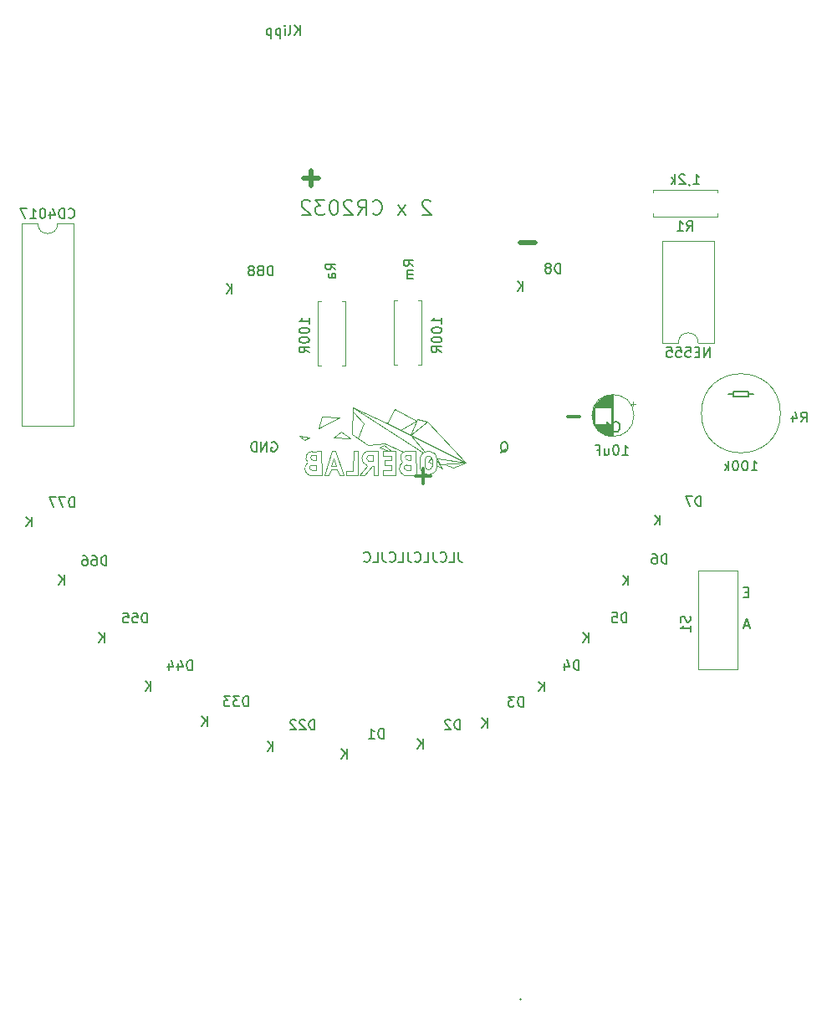
<source format=gbr>
%TF.GenerationSoftware,KiCad,Pcbnew,8.0.1*%
%TF.CreationDate,2024-05-08T14:34:23+02:00*%
%TF.ProjectId,Smiley,536d696c-6579-42e6-9b69-6361645f7063,rev?*%
%TF.SameCoordinates,Original*%
%TF.FileFunction,Legend,Bot*%
%TF.FilePolarity,Positive*%
%FSLAX46Y46*%
G04 Gerber Fmt 4.6, Leading zero omitted, Abs format (unit mm)*
G04 Created by KiCad (PCBNEW 8.0.1) date 2024-05-08 14:34:23*
%MOMM*%
%LPD*%
G01*
G04 APERTURE LIST*
%ADD10C,0.150000*%
%ADD11C,0.300000*%
%ADD12C,0.500000*%
%ADD13C,0.200000*%
%ADD14C,0.050000*%
%ADD15C,0.120000*%
%ADD16C,0.010000*%
G04 APERTURE END LIST*
D10*
X194183000Y-86106000D02*
X194183000Y-85598000D01*
X195707000Y-85598000D02*
X195707000Y-86106000D01*
X194183000Y-85598000D02*
X195707000Y-85598000D01*
X195707000Y-85852000D02*
X196215000Y-85852000D01*
X195707000Y-86106000D02*
X194183000Y-86106000D01*
X194183000Y-85852000D02*
X193675000Y-85852000D01*
X172880504Y-75383919D02*
X172880504Y-74383919D01*
X172309076Y-75383919D02*
X172737647Y-74812490D01*
X172309076Y-74383919D02*
X172880504Y-74955347D01*
X195679985Y-105861709D02*
X195346652Y-105861709D01*
X195203795Y-106385519D02*
X195679985Y-106385519D01*
X195679985Y-106385519D02*
X195679985Y-105385519D01*
X195679985Y-105385519D02*
X195203795Y-105385519D01*
X135220504Y-115883919D02*
X135220504Y-114883919D01*
X134649076Y-115883919D02*
X135077647Y-115312490D01*
X134649076Y-114883919D02*
X135220504Y-115455347D01*
X140920504Y-119403919D02*
X140920504Y-118403919D01*
X140349076Y-119403919D02*
X140777647Y-118832490D01*
X140349076Y-118403919D02*
X140920504Y-118975347D01*
X162740504Y-121743919D02*
X162740504Y-120743919D01*
X162169076Y-121743919D02*
X162597647Y-121172490D01*
X162169076Y-120743919D02*
X162740504Y-121315347D01*
D11*
X163551904Y-94097733D02*
X162028095Y-94097733D01*
X162789999Y-94859638D02*
X162789999Y-93335828D01*
D10*
X166377506Y-101819819D02*
X166377506Y-102534104D01*
X166377506Y-102534104D02*
X166425125Y-102676961D01*
X166425125Y-102676961D02*
X166520363Y-102772200D01*
X166520363Y-102772200D02*
X166663220Y-102819819D01*
X166663220Y-102819819D02*
X166758458Y-102819819D01*
X165425125Y-102819819D02*
X165901315Y-102819819D01*
X165901315Y-102819819D02*
X165901315Y-101819819D01*
X164520363Y-102724580D02*
X164567982Y-102772200D01*
X164567982Y-102772200D02*
X164710839Y-102819819D01*
X164710839Y-102819819D02*
X164806077Y-102819819D01*
X164806077Y-102819819D02*
X164948934Y-102772200D01*
X164948934Y-102772200D02*
X165044172Y-102676961D01*
X165044172Y-102676961D02*
X165091791Y-102581723D01*
X165091791Y-102581723D02*
X165139410Y-102391247D01*
X165139410Y-102391247D02*
X165139410Y-102248390D01*
X165139410Y-102248390D02*
X165091791Y-102057914D01*
X165091791Y-102057914D02*
X165044172Y-101962676D01*
X165044172Y-101962676D02*
X164948934Y-101867438D01*
X164948934Y-101867438D02*
X164806077Y-101819819D01*
X164806077Y-101819819D02*
X164710839Y-101819819D01*
X164710839Y-101819819D02*
X164567982Y-101867438D01*
X164567982Y-101867438D02*
X164520363Y-101915057D01*
X163806077Y-101819819D02*
X163806077Y-102534104D01*
X163806077Y-102534104D02*
X163853696Y-102676961D01*
X163853696Y-102676961D02*
X163948934Y-102772200D01*
X163948934Y-102772200D02*
X164091791Y-102819819D01*
X164091791Y-102819819D02*
X164187029Y-102819819D01*
X162853696Y-102819819D02*
X163329886Y-102819819D01*
X163329886Y-102819819D02*
X163329886Y-101819819D01*
X161948934Y-102724580D02*
X161996553Y-102772200D01*
X161996553Y-102772200D02*
X162139410Y-102819819D01*
X162139410Y-102819819D02*
X162234648Y-102819819D01*
X162234648Y-102819819D02*
X162377505Y-102772200D01*
X162377505Y-102772200D02*
X162472743Y-102676961D01*
X162472743Y-102676961D02*
X162520362Y-102581723D01*
X162520362Y-102581723D02*
X162567981Y-102391247D01*
X162567981Y-102391247D02*
X162567981Y-102248390D01*
X162567981Y-102248390D02*
X162520362Y-102057914D01*
X162520362Y-102057914D02*
X162472743Y-101962676D01*
X162472743Y-101962676D02*
X162377505Y-101867438D01*
X162377505Y-101867438D02*
X162234648Y-101819819D01*
X162234648Y-101819819D02*
X162139410Y-101819819D01*
X162139410Y-101819819D02*
X161996553Y-101867438D01*
X161996553Y-101867438D02*
X161948934Y-101915057D01*
X161234648Y-101819819D02*
X161234648Y-102534104D01*
X161234648Y-102534104D02*
X161282267Y-102676961D01*
X161282267Y-102676961D02*
X161377505Y-102772200D01*
X161377505Y-102772200D02*
X161520362Y-102819819D01*
X161520362Y-102819819D02*
X161615600Y-102819819D01*
X160282267Y-102819819D02*
X160758457Y-102819819D01*
X160758457Y-102819819D02*
X160758457Y-101819819D01*
X159377505Y-102724580D02*
X159425124Y-102772200D01*
X159425124Y-102772200D02*
X159567981Y-102819819D01*
X159567981Y-102819819D02*
X159663219Y-102819819D01*
X159663219Y-102819819D02*
X159806076Y-102772200D01*
X159806076Y-102772200D02*
X159901314Y-102676961D01*
X159901314Y-102676961D02*
X159948933Y-102581723D01*
X159948933Y-102581723D02*
X159996552Y-102391247D01*
X159996552Y-102391247D02*
X159996552Y-102248390D01*
X159996552Y-102248390D02*
X159948933Y-102057914D01*
X159948933Y-102057914D02*
X159901314Y-101962676D01*
X159901314Y-101962676D02*
X159806076Y-101867438D01*
X159806076Y-101867438D02*
X159663219Y-101819819D01*
X159663219Y-101819819D02*
X159567981Y-101819819D01*
X159567981Y-101819819D02*
X159425124Y-101867438D01*
X159425124Y-101867438D02*
X159377505Y-101915057D01*
X158663219Y-101819819D02*
X158663219Y-102534104D01*
X158663219Y-102534104D02*
X158710838Y-102676961D01*
X158710838Y-102676961D02*
X158806076Y-102772200D01*
X158806076Y-102772200D02*
X158948933Y-102819819D01*
X158948933Y-102819819D02*
X159044171Y-102819819D01*
X157710838Y-102819819D02*
X158187028Y-102819819D01*
X158187028Y-102819819D02*
X158187028Y-101819819D01*
X156806076Y-102724580D02*
X156853695Y-102772200D01*
X156853695Y-102772200D02*
X156996552Y-102819819D01*
X156996552Y-102819819D02*
X157091790Y-102819819D01*
X157091790Y-102819819D02*
X157234647Y-102772200D01*
X157234647Y-102772200D02*
X157329885Y-102676961D01*
X157329885Y-102676961D02*
X157377504Y-102581723D01*
X157377504Y-102581723D02*
X157425123Y-102391247D01*
X157425123Y-102391247D02*
X157425123Y-102248390D01*
X157425123Y-102248390D02*
X157377504Y-102057914D01*
X157377504Y-102057914D02*
X157329885Y-101962676D01*
X157329885Y-101962676D02*
X157234647Y-101867438D01*
X157234647Y-101867438D02*
X157091790Y-101819819D01*
X157091790Y-101819819D02*
X156996552Y-101819819D01*
X156996552Y-101819819D02*
X156853695Y-101867438D01*
X156853695Y-101867438D02*
X156806076Y-101915057D01*
D12*
X174094862Y-70517333D02*
X172571053Y-70517333D01*
D10*
X126440504Y-105123919D02*
X126440504Y-104123919D01*
X125869076Y-105123919D02*
X126297647Y-104552490D01*
X125869076Y-104123919D02*
X126440504Y-104695347D01*
D13*
X163535712Y-66326385D02*
X163464284Y-66254957D01*
X163464284Y-66254957D02*
X163321427Y-66183528D01*
X163321427Y-66183528D02*
X162964284Y-66183528D01*
X162964284Y-66183528D02*
X162821427Y-66254957D01*
X162821427Y-66254957D02*
X162749998Y-66326385D01*
X162749998Y-66326385D02*
X162678569Y-66469242D01*
X162678569Y-66469242D02*
X162678569Y-66612100D01*
X162678569Y-66612100D02*
X162749998Y-66826385D01*
X162749998Y-66826385D02*
X163607141Y-67683528D01*
X163607141Y-67683528D02*
X162678569Y-67683528D01*
X161035713Y-67683528D02*
X160249999Y-66683528D01*
X161035713Y-66683528D02*
X160249999Y-67683528D01*
X157678570Y-67540671D02*
X157749998Y-67612100D01*
X157749998Y-67612100D02*
X157964284Y-67683528D01*
X157964284Y-67683528D02*
X158107141Y-67683528D01*
X158107141Y-67683528D02*
X158321427Y-67612100D01*
X158321427Y-67612100D02*
X158464284Y-67469242D01*
X158464284Y-67469242D02*
X158535713Y-67326385D01*
X158535713Y-67326385D02*
X158607141Y-67040671D01*
X158607141Y-67040671D02*
X158607141Y-66826385D01*
X158607141Y-66826385D02*
X158535713Y-66540671D01*
X158535713Y-66540671D02*
X158464284Y-66397814D01*
X158464284Y-66397814D02*
X158321427Y-66254957D01*
X158321427Y-66254957D02*
X158107141Y-66183528D01*
X158107141Y-66183528D02*
X157964284Y-66183528D01*
X157964284Y-66183528D02*
X157749998Y-66254957D01*
X157749998Y-66254957D02*
X157678570Y-66326385D01*
X156178570Y-67683528D02*
X156678570Y-66969242D01*
X157035713Y-67683528D02*
X157035713Y-66183528D01*
X157035713Y-66183528D02*
X156464284Y-66183528D01*
X156464284Y-66183528D02*
X156321427Y-66254957D01*
X156321427Y-66254957D02*
X156249998Y-66326385D01*
X156249998Y-66326385D02*
X156178570Y-66469242D01*
X156178570Y-66469242D02*
X156178570Y-66683528D01*
X156178570Y-66683528D02*
X156249998Y-66826385D01*
X156249998Y-66826385D02*
X156321427Y-66897814D01*
X156321427Y-66897814D02*
X156464284Y-66969242D01*
X156464284Y-66969242D02*
X157035713Y-66969242D01*
X155607141Y-66326385D02*
X155535713Y-66254957D01*
X155535713Y-66254957D02*
X155392856Y-66183528D01*
X155392856Y-66183528D02*
X155035713Y-66183528D01*
X155035713Y-66183528D02*
X154892856Y-66254957D01*
X154892856Y-66254957D02*
X154821427Y-66326385D01*
X154821427Y-66326385D02*
X154749998Y-66469242D01*
X154749998Y-66469242D02*
X154749998Y-66612100D01*
X154749998Y-66612100D02*
X154821427Y-66826385D01*
X154821427Y-66826385D02*
X155678570Y-67683528D01*
X155678570Y-67683528D02*
X154749998Y-67683528D01*
X153821427Y-66183528D02*
X153678570Y-66183528D01*
X153678570Y-66183528D02*
X153535713Y-66254957D01*
X153535713Y-66254957D02*
X153464285Y-66326385D01*
X153464285Y-66326385D02*
X153392856Y-66469242D01*
X153392856Y-66469242D02*
X153321427Y-66754957D01*
X153321427Y-66754957D02*
X153321427Y-67112100D01*
X153321427Y-67112100D02*
X153392856Y-67397814D01*
X153392856Y-67397814D02*
X153464285Y-67540671D01*
X153464285Y-67540671D02*
X153535713Y-67612100D01*
X153535713Y-67612100D02*
X153678570Y-67683528D01*
X153678570Y-67683528D02*
X153821427Y-67683528D01*
X153821427Y-67683528D02*
X153964285Y-67612100D01*
X153964285Y-67612100D02*
X154035713Y-67540671D01*
X154035713Y-67540671D02*
X154107142Y-67397814D01*
X154107142Y-67397814D02*
X154178570Y-67112100D01*
X154178570Y-67112100D02*
X154178570Y-66754957D01*
X154178570Y-66754957D02*
X154107142Y-66469242D01*
X154107142Y-66469242D02*
X154035713Y-66326385D01*
X154035713Y-66326385D02*
X153964285Y-66254957D01*
X153964285Y-66254957D02*
X153821427Y-66183528D01*
X152821428Y-66183528D02*
X151892856Y-66183528D01*
X151892856Y-66183528D02*
X152392856Y-66754957D01*
X152392856Y-66754957D02*
X152178571Y-66754957D01*
X152178571Y-66754957D02*
X152035714Y-66826385D01*
X152035714Y-66826385D02*
X151964285Y-66897814D01*
X151964285Y-66897814D02*
X151892856Y-67040671D01*
X151892856Y-67040671D02*
X151892856Y-67397814D01*
X151892856Y-67397814D02*
X151964285Y-67540671D01*
X151964285Y-67540671D02*
X152035714Y-67612100D01*
X152035714Y-67612100D02*
X152178571Y-67683528D01*
X152178571Y-67683528D02*
X152607142Y-67683528D01*
X152607142Y-67683528D02*
X152749999Y-67612100D01*
X152749999Y-67612100D02*
X152821428Y-67540671D01*
X151321428Y-66326385D02*
X151250000Y-66254957D01*
X151250000Y-66254957D02*
X151107143Y-66183528D01*
X151107143Y-66183528D02*
X150750000Y-66183528D01*
X150750000Y-66183528D02*
X150607143Y-66254957D01*
X150607143Y-66254957D02*
X150535714Y-66326385D01*
X150535714Y-66326385D02*
X150464285Y-66469242D01*
X150464285Y-66469242D02*
X150464285Y-66612100D01*
X150464285Y-66612100D02*
X150535714Y-66826385D01*
X150535714Y-66826385D02*
X151392857Y-67683528D01*
X151392857Y-67683528D02*
X150464285Y-67683528D01*
D10*
X147439411Y-90717438D02*
X147534649Y-90669819D01*
X147534649Y-90669819D02*
X147677506Y-90669819D01*
X147677506Y-90669819D02*
X147820363Y-90717438D01*
X147820363Y-90717438D02*
X147915601Y-90812676D01*
X147915601Y-90812676D02*
X147963220Y-90907914D01*
X147963220Y-90907914D02*
X148010839Y-91098390D01*
X148010839Y-91098390D02*
X148010839Y-91241247D01*
X148010839Y-91241247D02*
X147963220Y-91431723D01*
X147963220Y-91431723D02*
X147915601Y-91526961D01*
X147915601Y-91526961D02*
X147820363Y-91622200D01*
X147820363Y-91622200D02*
X147677506Y-91669819D01*
X147677506Y-91669819D02*
X147582268Y-91669819D01*
X147582268Y-91669819D02*
X147439411Y-91622200D01*
X147439411Y-91622200D02*
X147391792Y-91574580D01*
X147391792Y-91574580D02*
X147391792Y-91241247D01*
X147391792Y-91241247D02*
X147582268Y-91241247D01*
X146963220Y-91669819D02*
X146963220Y-90669819D01*
X146963220Y-90669819D02*
X146391792Y-91669819D01*
X146391792Y-91669819D02*
X146391792Y-90669819D01*
X145915601Y-91669819D02*
X145915601Y-90669819D01*
X145915601Y-90669819D02*
X145677506Y-90669819D01*
X145677506Y-90669819D02*
X145534649Y-90717438D01*
X145534649Y-90717438D02*
X145439411Y-90812676D01*
X145439411Y-90812676D02*
X145391792Y-90907914D01*
X145391792Y-90907914D02*
X145344173Y-91098390D01*
X145344173Y-91098390D02*
X145344173Y-91241247D01*
X145344173Y-91241247D02*
X145391792Y-91431723D01*
X145391792Y-91431723D02*
X145439411Y-91526961D01*
X145439411Y-91526961D02*
X145534649Y-91622200D01*
X145534649Y-91622200D02*
X145677506Y-91669819D01*
X145677506Y-91669819D02*
X145915601Y-91669819D01*
X183550504Y-105163919D02*
X183550504Y-104163919D01*
X182979076Y-105163919D02*
X183407647Y-104592490D01*
X182979076Y-104163919D02*
X183550504Y-104735347D01*
X123130504Y-99243919D02*
X123130504Y-98243919D01*
X122559076Y-99243919D02*
X122987647Y-98672490D01*
X122559076Y-98243919D02*
X123130504Y-98815347D01*
X201042566Y-88656319D02*
X201375899Y-88180128D01*
X201613994Y-88656319D02*
X201613994Y-87656319D01*
X201613994Y-87656319D02*
X201233042Y-87656319D01*
X201233042Y-87656319D02*
X201137804Y-87703938D01*
X201137804Y-87703938D02*
X201090185Y-87751557D01*
X201090185Y-87751557D02*
X201042566Y-87846795D01*
X201042566Y-87846795D02*
X201042566Y-87989652D01*
X201042566Y-87989652D02*
X201090185Y-88084890D01*
X201090185Y-88084890D02*
X201137804Y-88132509D01*
X201137804Y-88132509D02*
X201233042Y-88180128D01*
X201233042Y-88180128D02*
X201613994Y-88180128D01*
X200185423Y-87989652D02*
X200185423Y-88656319D01*
X200423518Y-87608700D02*
X200661613Y-88322985D01*
X200661613Y-88322985D02*
X200042566Y-88322985D01*
X155080504Y-122743919D02*
X155080504Y-121743919D01*
X154509076Y-122743919D02*
X154937647Y-122172490D01*
X154509076Y-121743919D02*
X155080504Y-122315347D01*
X147570504Y-121993919D02*
X147570504Y-120993919D01*
X146999076Y-121993919D02*
X147427647Y-121422490D01*
X146999076Y-120993919D02*
X147570504Y-121565347D01*
D12*
X152194862Y-63967333D02*
X150671053Y-63967333D01*
X151432957Y-64729238D02*
X151432957Y-63205428D01*
D10*
X143416304Y-75633919D02*
X143416304Y-74633919D01*
X142844876Y-75633919D02*
X143273447Y-75062490D01*
X142844876Y-74633919D02*
X143416304Y-75205347D01*
X169320504Y-119603919D02*
X169320504Y-118603919D01*
X168749076Y-119603919D02*
X169177647Y-119032490D01*
X168749076Y-118603919D02*
X169320504Y-119175347D01*
X175040504Y-115923919D02*
X175040504Y-114923919D01*
X174469076Y-115923919D02*
X174897647Y-115352490D01*
X174469076Y-114923919D02*
X175040504Y-115495347D01*
X186780504Y-99073919D02*
X186780504Y-98073919D01*
X186209076Y-99073919D02*
X186637647Y-98502490D01*
X186209076Y-98073919D02*
X186780504Y-98645347D01*
X195291105Y-109249404D02*
X195767295Y-109249404D01*
X195195867Y-109535119D02*
X195529200Y-108535119D01*
X195529200Y-108535119D02*
X195862533Y-109535119D01*
X130530504Y-110973919D02*
X130530504Y-109973919D01*
X129959076Y-110973919D02*
X130387647Y-110402490D01*
X129959076Y-109973919D02*
X130530504Y-110545347D01*
X196029128Y-93571219D02*
X196600556Y-93571219D01*
X196314842Y-93571219D02*
X196314842Y-92571219D01*
X196314842Y-92571219D02*
X196410080Y-92714076D01*
X196410080Y-92714076D02*
X196505318Y-92809314D01*
X196505318Y-92809314D02*
X196600556Y-92856933D01*
X195410080Y-92571219D02*
X195314842Y-92571219D01*
X195314842Y-92571219D02*
X195219604Y-92618838D01*
X195219604Y-92618838D02*
X195171985Y-92666457D01*
X195171985Y-92666457D02*
X195124366Y-92761695D01*
X195124366Y-92761695D02*
X195076747Y-92952171D01*
X195076747Y-92952171D02*
X195076747Y-93190266D01*
X195076747Y-93190266D02*
X195124366Y-93380742D01*
X195124366Y-93380742D02*
X195171985Y-93475980D01*
X195171985Y-93475980D02*
X195219604Y-93523600D01*
X195219604Y-93523600D02*
X195314842Y-93571219D01*
X195314842Y-93571219D02*
X195410080Y-93571219D01*
X195410080Y-93571219D02*
X195505318Y-93523600D01*
X195505318Y-93523600D02*
X195552937Y-93475980D01*
X195552937Y-93475980D02*
X195600556Y-93380742D01*
X195600556Y-93380742D02*
X195648175Y-93190266D01*
X195648175Y-93190266D02*
X195648175Y-92952171D01*
X195648175Y-92952171D02*
X195600556Y-92761695D01*
X195600556Y-92761695D02*
X195552937Y-92666457D01*
X195552937Y-92666457D02*
X195505318Y-92618838D01*
X195505318Y-92618838D02*
X195410080Y-92571219D01*
X194457699Y-92571219D02*
X194362461Y-92571219D01*
X194362461Y-92571219D02*
X194267223Y-92618838D01*
X194267223Y-92618838D02*
X194219604Y-92666457D01*
X194219604Y-92666457D02*
X194171985Y-92761695D01*
X194171985Y-92761695D02*
X194124366Y-92952171D01*
X194124366Y-92952171D02*
X194124366Y-93190266D01*
X194124366Y-93190266D02*
X194171985Y-93380742D01*
X194171985Y-93380742D02*
X194219604Y-93475980D01*
X194219604Y-93475980D02*
X194267223Y-93523600D01*
X194267223Y-93523600D02*
X194362461Y-93571219D01*
X194362461Y-93571219D02*
X194457699Y-93571219D01*
X194457699Y-93571219D02*
X194552937Y-93523600D01*
X194552937Y-93523600D02*
X194600556Y-93475980D01*
X194600556Y-93475980D02*
X194648175Y-93380742D01*
X194648175Y-93380742D02*
X194695794Y-93190266D01*
X194695794Y-93190266D02*
X194695794Y-92952171D01*
X194695794Y-92952171D02*
X194648175Y-92761695D01*
X194648175Y-92761695D02*
X194600556Y-92666457D01*
X194600556Y-92666457D02*
X194552937Y-92618838D01*
X194552937Y-92618838D02*
X194457699Y-92571219D01*
X193695794Y-93571219D02*
X193695794Y-92571219D01*
X193600556Y-93190266D02*
X193314842Y-93571219D01*
X193314842Y-92904552D02*
X193695794Y-93285504D01*
X179530504Y-110953919D02*
X179530504Y-109953919D01*
X178959076Y-110953919D02*
X179387647Y-110382490D01*
X178959076Y-109953919D02*
X179530504Y-110525347D01*
D11*
X178571428Y-88106900D02*
X177428571Y-88106900D01*
D10*
X158796694Y-120683919D02*
X158796694Y-119683919D01*
X158796694Y-119683919D02*
X158558599Y-119683919D01*
X158558599Y-119683919D02*
X158415742Y-119731538D01*
X158415742Y-119731538D02*
X158320504Y-119826776D01*
X158320504Y-119826776D02*
X158272885Y-119922014D01*
X158272885Y-119922014D02*
X158225266Y-120112490D01*
X158225266Y-120112490D02*
X158225266Y-120255347D01*
X158225266Y-120255347D02*
X158272885Y-120445823D01*
X158272885Y-120445823D02*
X158320504Y-120541061D01*
X158320504Y-120541061D02*
X158415742Y-120636300D01*
X158415742Y-120636300D02*
X158558599Y-120683919D01*
X158558599Y-120683919D02*
X158796694Y-120683919D01*
X157272885Y-120683919D02*
X157844313Y-120683919D01*
X157558599Y-120683919D02*
X157558599Y-119683919D01*
X157558599Y-119683919D02*
X157653837Y-119826776D01*
X157653837Y-119826776D02*
X157749075Y-119922014D01*
X157749075Y-119922014D02*
X157844313Y-119969633D01*
X166506694Y-119763919D02*
X166506694Y-118763919D01*
X166506694Y-118763919D02*
X166268599Y-118763919D01*
X166268599Y-118763919D02*
X166125742Y-118811538D01*
X166125742Y-118811538D02*
X166030504Y-118906776D01*
X166030504Y-118906776D02*
X165982885Y-119002014D01*
X165982885Y-119002014D02*
X165935266Y-119192490D01*
X165935266Y-119192490D02*
X165935266Y-119335347D01*
X165935266Y-119335347D02*
X165982885Y-119525823D01*
X165982885Y-119525823D02*
X166030504Y-119621061D01*
X166030504Y-119621061D02*
X166125742Y-119716300D01*
X166125742Y-119716300D02*
X166268599Y-119763919D01*
X166268599Y-119763919D02*
X166506694Y-119763919D01*
X165554313Y-118859157D02*
X165506694Y-118811538D01*
X165506694Y-118811538D02*
X165411456Y-118763919D01*
X165411456Y-118763919D02*
X165173361Y-118763919D01*
X165173361Y-118763919D02*
X165078123Y-118811538D01*
X165078123Y-118811538D02*
X165030504Y-118859157D01*
X165030504Y-118859157D02*
X164982885Y-118954395D01*
X164982885Y-118954395D02*
X164982885Y-119049633D01*
X164982885Y-119049633D02*
X165030504Y-119192490D01*
X165030504Y-119192490D02*
X165601932Y-119763919D01*
X165601932Y-119763919D02*
X164982885Y-119763919D01*
X172916694Y-117453919D02*
X172916694Y-116453919D01*
X172916694Y-116453919D02*
X172678599Y-116453919D01*
X172678599Y-116453919D02*
X172535742Y-116501538D01*
X172535742Y-116501538D02*
X172440504Y-116596776D01*
X172440504Y-116596776D02*
X172392885Y-116692014D01*
X172392885Y-116692014D02*
X172345266Y-116882490D01*
X172345266Y-116882490D02*
X172345266Y-117025347D01*
X172345266Y-117025347D02*
X172392885Y-117215823D01*
X172392885Y-117215823D02*
X172440504Y-117311061D01*
X172440504Y-117311061D02*
X172535742Y-117406300D01*
X172535742Y-117406300D02*
X172678599Y-117453919D01*
X172678599Y-117453919D02*
X172916694Y-117453919D01*
X172011932Y-116453919D02*
X171392885Y-116453919D01*
X171392885Y-116453919D02*
X171726218Y-116834871D01*
X171726218Y-116834871D02*
X171583361Y-116834871D01*
X171583361Y-116834871D02*
X171488123Y-116882490D01*
X171488123Y-116882490D02*
X171440504Y-116930109D01*
X171440504Y-116930109D02*
X171392885Y-117025347D01*
X171392885Y-117025347D02*
X171392885Y-117263442D01*
X171392885Y-117263442D02*
X171440504Y-117358680D01*
X171440504Y-117358680D02*
X171488123Y-117406300D01*
X171488123Y-117406300D02*
X171583361Y-117453919D01*
X171583361Y-117453919D02*
X171869075Y-117453919D01*
X171869075Y-117453919D02*
X171964313Y-117406300D01*
X171964313Y-117406300D02*
X172011932Y-117358680D01*
X178556694Y-113743919D02*
X178556694Y-112743919D01*
X178556694Y-112743919D02*
X178318599Y-112743919D01*
X178318599Y-112743919D02*
X178175742Y-112791538D01*
X178175742Y-112791538D02*
X178080504Y-112886776D01*
X178080504Y-112886776D02*
X178032885Y-112982014D01*
X178032885Y-112982014D02*
X177985266Y-113172490D01*
X177985266Y-113172490D02*
X177985266Y-113315347D01*
X177985266Y-113315347D02*
X178032885Y-113505823D01*
X178032885Y-113505823D02*
X178080504Y-113601061D01*
X178080504Y-113601061D02*
X178175742Y-113696300D01*
X178175742Y-113696300D02*
X178318599Y-113743919D01*
X178318599Y-113743919D02*
X178556694Y-113743919D01*
X177128123Y-113077252D02*
X177128123Y-113743919D01*
X177366218Y-112696300D02*
X177604313Y-113410585D01*
X177604313Y-113410585D02*
X176985266Y-113410585D01*
X183396694Y-108953919D02*
X183396694Y-107953919D01*
X183396694Y-107953919D02*
X183158599Y-107953919D01*
X183158599Y-107953919D02*
X183015742Y-108001538D01*
X183015742Y-108001538D02*
X182920504Y-108096776D01*
X182920504Y-108096776D02*
X182872885Y-108192014D01*
X182872885Y-108192014D02*
X182825266Y-108382490D01*
X182825266Y-108382490D02*
X182825266Y-108525347D01*
X182825266Y-108525347D02*
X182872885Y-108715823D01*
X182872885Y-108715823D02*
X182920504Y-108811061D01*
X182920504Y-108811061D02*
X183015742Y-108906300D01*
X183015742Y-108906300D02*
X183158599Y-108953919D01*
X183158599Y-108953919D02*
X183396694Y-108953919D01*
X181920504Y-107953919D02*
X182396694Y-107953919D01*
X182396694Y-107953919D02*
X182444313Y-108430109D01*
X182444313Y-108430109D02*
X182396694Y-108382490D01*
X182396694Y-108382490D02*
X182301456Y-108334871D01*
X182301456Y-108334871D02*
X182063361Y-108334871D01*
X182063361Y-108334871D02*
X181968123Y-108382490D01*
X181968123Y-108382490D02*
X181920504Y-108430109D01*
X181920504Y-108430109D02*
X181872885Y-108525347D01*
X181872885Y-108525347D02*
X181872885Y-108763442D01*
X181872885Y-108763442D02*
X181920504Y-108858680D01*
X181920504Y-108858680D02*
X181968123Y-108906300D01*
X181968123Y-108906300D02*
X182063361Y-108953919D01*
X182063361Y-108953919D02*
X182301456Y-108953919D01*
X182301456Y-108953919D02*
X182396694Y-108906300D01*
X182396694Y-108906300D02*
X182444313Y-108858680D01*
X187446694Y-103013919D02*
X187446694Y-102013919D01*
X187446694Y-102013919D02*
X187208599Y-102013919D01*
X187208599Y-102013919D02*
X187065742Y-102061538D01*
X187065742Y-102061538D02*
X186970504Y-102156776D01*
X186970504Y-102156776D02*
X186922885Y-102252014D01*
X186922885Y-102252014D02*
X186875266Y-102442490D01*
X186875266Y-102442490D02*
X186875266Y-102585347D01*
X186875266Y-102585347D02*
X186922885Y-102775823D01*
X186922885Y-102775823D02*
X186970504Y-102871061D01*
X186970504Y-102871061D02*
X187065742Y-102966300D01*
X187065742Y-102966300D02*
X187208599Y-103013919D01*
X187208599Y-103013919D02*
X187446694Y-103013919D01*
X186018123Y-102013919D02*
X186208599Y-102013919D01*
X186208599Y-102013919D02*
X186303837Y-102061538D01*
X186303837Y-102061538D02*
X186351456Y-102109157D01*
X186351456Y-102109157D02*
X186446694Y-102252014D01*
X186446694Y-102252014D02*
X186494313Y-102442490D01*
X186494313Y-102442490D02*
X186494313Y-102823442D01*
X186494313Y-102823442D02*
X186446694Y-102918680D01*
X186446694Y-102918680D02*
X186399075Y-102966300D01*
X186399075Y-102966300D02*
X186303837Y-103013919D01*
X186303837Y-103013919D02*
X186113361Y-103013919D01*
X186113361Y-103013919D02*
X186018123Y-102966300D01*
X186018123Y-102966300D02*
X185970504Y-102918680D01*
X185970504Y-102918680D02*
X185922885Y-102823442D01*
X185922885Y-102823442D02*
X185922885Y-102585347D01*
X185922885Y-102585347D02*
X185970504Y-102490109D01*
X185970504Y-102490109D02*
X186018123Y-102442490D01*
X186018123Y-102442490D02*
X186113361Y-102394871D01*
X186113361Y-102394871D02*
X186303837Y-102394871D01*
X186303837Y-102394871D02*
X186399075Y-102442490D01*
X186399075Y-102442490D02*
X186446694Y-102490109D01*
X186446694Y-102490109D02*
X186494313Y-102585347D01*
X190906694Y-97153919D02*
X190906694Y-96153919D01*
X190906694Y-96153919D02*
X190668599Y-96153919D01*
X190668599Y-96153919D02*
X190525742Y-96201538D01*
X190525742Y-96201538D02*
X190430504Y-96296776D01*
X190430504Y-96296776D02*
X190382885Y-96392014D01*
X190382885Y-96392014D02*
X190335266Y-96582490D01*
X190335266Y-96582490D02*
X190335266Y-96725347D01*
X190335266Y-96725347D02*
X190382885Y-96915823D01*
X190382885Y-96915823D02*
X190430504Y-97011061D01*
X190430504Y-97011061D02*
X190525742Y-97106300D01*
X190525742Y-97106300D02*
X190668599Y-97153919D01*
X190668599Y-97153919D02*
X190906694Y-97153919D01*
X190001932Y-96153919D02*
X189335266Y-96153919D01*
X189335266Y-96153919D02*
X189763837Y-97153919D01*
X176676694Y-73593919D02*
X176676694Y-72593919D01*
X176676694Y-72593919D02*
X176438599Y-72593919D01*
X176438599Y-72593919D02*
X176295742Y-72641538D01*
X176295742Y-72641538D02*
X176200504Y-72736776D01*
X176200504Y-72736776D02*
X176152885Y-72832014D01*
X176152885Y-72832014D02*
X176105266Y-73022490D01*
X176105266Y-73022490D02*
X176105266Y-73165347D01*
X176105266Y-73165347D02*
X176152885Y-73355823D01*
X176152885Y-73355823D02*
X176200504Y-73451061D01*
X176200504Y-73451061D02*
X176295742Y-73546300D01*
X176295742Y-73546300D02*
X176438599Y-73593919D01*
X176438599Y-73593919D02*
X176676694Y-73593919D01*
X175533837Y-73022490D02*
X175629075Y-72974871D01*
X175629075Y-72974871D02*
X175676694Y-72927252D01*
X175676694Y-72927252D02*
X175724313Y-72832014D01*
X175724313Y-72832014D02*
X175724313Y-72784395D01*
X175724313Y-72784395D02*
X175676694Y-72689157D01*
X175676694Y-72689157D02*
X175629075Y-72641538D01*
X175629075Y-72641538D02*
X175533837Y-72593919D01*
X175533837Y-72593919D02*
X175343361Y-72593919D01*
X175343361Y-72593919D02*
X175248123Y-72641538D01*
X175248123Y-72641538D02*
X175200504Y-72689157D01*
X175200504Y-72689157D02*
X175152885Y-72784395D01*
X175152885Y-72784395D02*
X175152885Y-72832014D01*
X175152885Y-72832014D02*
X175200504Y-72927252D01*
X175200504Y-72927252D02*
X175248123Y-72974871D01*
X175248123Y-72974871D02*
X175343361Y-73022490D01*
X175343361Y-73022490D02*
X175533837Y-73022490D01*
X175533837Y-73022490D02*
X175629075Y-73070109D01*
X175629075Y-73070109D02*
X175676694Y-73117728D01*
X175676694Y-73117728D02*
X175724313Y-73212966D01*
X175724313Y-73212966D02*
X175724313Y-73403442D01*
X175724313Y-73403442D02*
X175676694Y-73498680D01*
X175676694Y-73498680D02*
X175629075Y-73546300D01*
X175629075Y-73546300D02*
X175533837Y-73593919D01*
X175533837Y-73593919D02*
X175343361Y-73593919D01*
X175343361Y-73593919D02*
X175248123Y-73546300D01*
X175248123Y-73546300D02*
X175200504Y-73498680D01*
X175200504Y-73498680D02*
X175152885Y-73403442D01*
X175152885Y-73403442D02*
X175152885Y-73212966D01*
X175152885Y-73212966D02*
X175200504Y-73117728D01*
X175200504Y-73117728D02*
X175248123Y-73070109D01*
X175248123Y-73070109D02*
X175343361Y-73022490D01*
X151792885Y-119793919D02*
X151792885Y-118793919D01*
X151792885Y-118793919D02*
X151554790Y-118793919D01*
X151554790Y-118793919D02*
X151411933Y-118841538D01*
X151411933Y-118841538D02*
X151316695Y-118936776D01*
X151316695Y-118936776D02*
X151269076Y-119032014D01*
X151269076Y-119032014D02*
X151221457Y-119222490D01*
X151221457Y-119222490D02*
X151221457Y-119365347D01*
X151221457Y-119365347D02*
X151269076Y-119555823D01*
X151269076Y-119555823D02*
X151316695Y-119651061D01*
X151316695Y-119651061D02*
X151411933Y-119746300D01*
X151411933Y-119746300D02*
X151554790Y-119793919D01*
X151554790Y-119793919D02*
X151792885Y-119793919D01*
X150840504Y-118889157D02*
X150792885Y-118841538D01*
X150792885Y-118841538D02*
X150697647Y-118793919D01*
X150697647Y-118793919D02*
X150459552Y-118793919D01*
X150459552Y-118793919D02*
X150364314Y-118841538D01*
X150364314Y-118841538D02*
X150316695Y-118889157D01*
X150316695Y-118889157D02*
X150269076Y-118984395D01*
X150269076Y-118984395D02*
X150269076Y-119079633D01*
X150269076Y-119079633D02*
X150316695Y-119222490D01*
X150316695Y-119222490D02*
X150888123Y-119793919D01*
X150888123Y-119793919D02*
X150269076Y-119793919D01*
X149888123Y-118889157D02*
X149840504Y-118841538D01*
X149840504Y-118841538D02*
X149745266Y-118793919D01*
X149745266Y-118793919D02*
X149507171Y-118793919D01*
X149507171Y-118793919D02*
X149411933Y-118841538D01*
X149411933Y-118841538D02*
X149364314Y-118889157D01*
X149364314Y-118889157D02*
X149316695Y-118984395D01*
X149316695Y-118984395D02*
X149316695Y-119079633D01*
X149316695Y-119079633D02*
X149364314Y-119222490D01*
X149364314Y-119222490D02*
X149935742Y-119793919D01*
X149935742Y-119793919D02*
X149316695Y-119793919D01*
X145082885Y-117423919D02*
X145082885Y-116423919D01*
X145082885Y-116423919D02*
X144844790Y-116423919D01*
X144844790Y-116423919D02*
X144701933Y-116471538D01*
X144701933Y-116471538D02*
X144606695Y-116566776D01*
X144606695Y-116566776D02*
X144559076Y-116662014D01*
X144559076Y-116662014D02*
X144511457Y-116852490D01*
X144511457Y-116852490D02*
X144511457Y-116995347D01*
X144511457Y-116995347D02*
X144559076Y-117185823D01*
X144559076Y-117185823D02*
X144606695Y-117281061D01*
X144606695Y-117281061D02*
X144701933Y-117376300D01*
X144701933Y-117376300D02*
X144844790Y-117423919D01*
X144844790Y-117423919D02*
X145082885Y-117423919D01*
X144178123Y-116423919D02*
X143559076Y-116423919D01*
X143559076Y-116423919D02*
X143892409Y-116804871D01*
X143892409Y-116804871D02*
X143749552Y-116804871D01*
X143749552Y-116804871D02*
X143654314Y-116852490D01*
X143654314Y-116852490D02*
X143606695Y-116900109D01*
X143606695Y-116900109D02*
X143559076Y-116995347D01*
X143559076Y-116995347D02*
X143559076Y-117233442D01*
X143559076Y-117233442D02*
X143606695Y-117328680D01*
X143606695Y-117328680D02*
X143654314Y-117376300D01*
X143654314Y-117376300D02*
X143749552Y-117423919D01*
X143749552Y-117423919D02*
X144035266Y-117423919D01*
X144035266Y-117423919D02*
X144130504Y-117376300D01*
X144130504Y-117376300D02*
X144178123Y-117328680D01*
X143225742Y-116423919D02*
X142606695Y-116423919D01*
X142606695Y-116423919D02*
X142940028Y-116804871D01*
X142940028Y-116804871D02*
X142797171Y-116804871D01*
X142797171Y-116804871D02*
X142701933Y-116852490D01*
X142701933Y-116852490D02*
X142654314Y-116900109D01*
X142654314Y-116900109D02*
X142606695Y-116995347D01*
X142606695Y-116995347D02*
X142606695Y-117233442D01*
X142606695Y-117233442D02*
X142654314Y-117328680D01*
X142654314Y-117328680D02*
X142701933Y-117376300D01*
X142701933Y-117376300D02*
X142797171Y-117423919D01*
X142797171Y-117423919D02*
X143082885Y-117423919D01*
X143082885Y-117423919D02*
X143178123Y-117376300D01*
X143178123Y-117376300D02*
X143225742Y-117328680D01*
X139402885Y-113773919D02*
X139402885Y-112773919D01*
X139402885Y-112773919D02*
X139164790Y-112773919D01*
X139164790Y-112773919D02*
X139021933Y-112821538D01*
X139021933Y-112821538D02*
X138926695Y-112916776D01*
X138926695Y-112916776D02*
X138879076Y-113012014D01*
X138879076Y-113012014D02*
X138831457Y-113202490D01*
X138831457Y-113202490D02*
X138831457Y-113345347D01*
X138831457Y-113345347D02*
X138879076Y-113535823D01*
X138879076Y-113535823D02*
X138926695Y-113631061D01*
X138926695Y-113631061D02*
X139021933Y-113726300D01*
X139021933Y-113726300D02*
X139164790Y-113773919D01*
X139164790Y-113773919D02*
X139402885Y-113773919D01*
X137974314Y-113107252D02*
X137974314Y-113773919D01*
X138212409Y-112726300D02*
X138450504Y-113440585D01*
X138450504Y-113440585D02*
X137831457Y-113440585D01*
X137021933Y-113107252D02*
X137021933Y-113773919D01*
X137260028Y-112726300D02*
X137498123Y-113440585D01*
X137498123Y-113440585D02*
X136879076Y-113440585D01*
X134842885Y-108973919D02*
X134842885Y-107973919D01*
X134842885Y-107973919D02*
X134604790Y-107973919D01*
X134604790Y-107973919D02*
X134461933Y-108021538D01*
X134461933Y-108021538D02*
X134366695Y-108116776D01*
X134366695Y-108116776D02*
X134319076Y-108212014D01*
X134319076Y-108212014D02*
X134271457Y-108402490D01*
X134271457Y-108402490D02*
X134271457Y-108545347D01*
X134271457Y-108545347D02*
X134319076Y-108735823D01*
X134319076Y-108735823D02*
X134366695Y-108831061D01*
X134366695Y-108831061D02*
X134461933Y-108926300D01*
X134461933Y-108926300D02*
X134604790Y-108973919D01*
X134604790Y-108973919D02*
X134842885Y-108973919D01*
X133366695Y-107973919D02*
X133842885Y-107973919D01*
X133842885Y-107973919D02*
X133890504Y-108450109D01*
X133890504Y-108450109D02*
X133842885Y-108402490D01*
X133842885Y-108402490D02*
X133747647Y-108354871D01*
X133747647Y-108354871D02*
X133509552Y-108354871D01*
X133509552Y-108354871D02*
X133414314Y-108402490D01*
X133414314Y-108402490D02*
X133366695Y-108450109D01*
X133366695Y-108450109D02*
X133319076Y-108545347D01*
X133319076Y-108545347D02*
X133319076Y-108783442D01*
X133319076Y-108783442D02*
X133366695Y-108878680D01*
X133366695Y-108878680D02*
X133414314Y-108926300D01*
X133414314Y-108926300D02*
X133509552Y-108973919D01*
X133509552Y-108973919D02*
X133747647Y-108973919D01*
X133747647Y-108973919D02*
X133842885Y-108926300D01*
X133842885Y-108926300D02*
X133890504Y-108878680D01*
X132414314Y-107973919D02*
X132890504Y-107973919D01*
X132890504Y-107973919D02*
X132938123Y-108450109D01*
X132938123Y-108450109D02*
X132890504Y-108402490D01*
X132890504Y-108402490D02*
X132795266Y-108354871D01*
X132795266Y-108354871D02*
X132557171Y-108354871D01*
X132557171Y-108354871D02*
X132461933Y-108402490D01*
X132461933Y-108402490D02*
X132414314Y-108450109D01*
X132414314Y-108450109D02*
X132366695Y-108545347D01*
X132366695Y-108545347D02*
X132366695Y-108783442D01*
X132366695Y-108783442D02*
X132414314Y-108878680D01*
X132414314Y-108878680D02*
X132461933Y-108926300D01*
X132461933Y-108926300D02*
X132557171Y-108973919D01*
X132557171Y-108973919D02*
X132795266Y-108973919D01*
X132795266Y-108973919D02*
X132890504Y-108926300D01*
X132890504Y-108926300D02*
X132938123Y-108878680D01*
X130722885Y-103173919D02*
X130722885Y-102173919D01*
X130722885Y-102173919D02*
X130484790Y-102173919D01*
X130484790Y-102173919D02*
X130341933Y-102221538D01*
X130341933Y-102221538D02*
X130246695Y-102316776D01*
X130246695Y-102316776D02*
X130199076Y-102412014D01*
X130199076Y-102412014D02*
X130151457Y-102602490D01*
X130151457Y-102602490D02*
X130151457Y-102745347D01*
X130151457Y-102745347D02*
X130199076Y-102935823D01*
X130199076Y-102935823D02*
X130246695Y-103031061D01*
X130246695Y-103031061D02*
X130341933Y-103126300D01*
X130341933Y-103126300D02*
X130484790Y-103173919D01*
X130484790Y-103173919D02*
X130722885Y-103173919D01*
X129294314Y-102173919D02*
X129484790Y-102173919D01*
X129484790Y-102173919D02*
X129580028Y-102221538D01*
X129580028Y-102221538D02*
X129627647Y-102269157D01*
X129627647Y-102269157D02*
X129722885Y-102412014D01*
X129722885Y-102412014D02*
X129770504Y-102602490D01*
X129770504Y-102602490D02*
X129770504Y-102983442D01*
X129770504Y-102983442D02*
X129722885Y-103078680D01*
X129722885Y-103078680D02*
X129675266Y-103126300D01*
X129675266Y-103126300D02*
X129580028Y-103173919D01*
X129580028Y-103173919D02*
X129389552Y-103173919D01*
X129389552Y-103173919D02*
X129294314Y-103126300D01*
X129294314Y-103126300D02*
X129246695Y-103078680D01*
X129246695Y-103078680D02*
X129199076Y-102983442D01*
X129199076Y-102983442D02*
X129199076Y-102745347D01*
X129199076Y-102745347D02*
X129246695Y-102650109D01*
X129246695Y-102650109D02*
X129294314Y-102602490D01*
X129294314Y-102602490D02*
X129389552Y-102554871D01*
X129389552Y-102554871D02*
X129580028Y-102554871D01*
X129580028Y-102554871D02*
X129675266Y-102602490D01*
X129675266Y-102602490D02*
X129722885Y-102650109D01*
X129722885Y-102650109D02*
X129770504Y-102745347D01*
X128341933Y-102173919D02*
X128532409Y-102173919D01*
X128532409Y-102173919D02*
X128627647Y-102221538D01*
X128627647Y-102221538D02*
X128675266Y-102269157D01*
X128675266Y-102269157D02*
X128770504Y-102412014D01*
X128770504Y-102412014D02*
X128818123Y-102602490D01*
X128818123Y-102602490D02*
X128818123Y-102983442D01*
X128818123Y-102983442D02*
X128770504Y-103078680D01*
X128770504Y-103078680D02*
X128722885Y-103126300D01*
X128722885Y-103126300D02*
X128627647Y-103173919D01*
X128627647Y-103173919D02*
X128437171Y-103173919D01*
X128437171Y-103173919D02*
X128341933Y-103126300D01*
X128341933Y-103126300D02*
X128294314Y-103078680D01*
X128294314Y-103078680D02*
X128246695Y-102983442D01*
X128246695Y-102983442D02*
X128246695Y-102745347D01*
X128246695Y-102745347D02*
X128294314Y-102650109D01*
X128294314Y-102650109D02*
X128341933Y-102602490D01*
X128341933Y-102602490D02*
X128437171Y-102554871D01*
X128437171Y-102554871D02*
X128627647Y-102554871D01*
X128627647Y-102554871D02*
X128722885Y-102602490D01*
X128722885Y-102602490D02*
X128770504Y-102650109D01*
X128770504Y-102650109D02*
X128818123Y-102745347D01*
X127452885Y-97283919D02*
X127452885Y-96283919D01*
X127452885Y-96283919D02*
X127214790Y-96283919D01*
X127214790Y-96283919D02*
X127071933Y-96331538D01*
X127071933Y-96331538D02*
X126976695Y-96426776D01*
X126976695Y-96426776D02*
X126929076Y-96522014D01*
X126929076Y-96522014D02*
X126881457Y-96712490D01*
X126881457Y-96712490D02*
X126881457Y-96855347D01*
X126881457Y-96855347D02*
X126929076Y-97045823D01*
X126929076Y-97045823D02*
X126976695Y-97141061D01*
X126976695Y-97141061D02*
X127071933Y-97236300D01*
X127071933Y-97236300D02*
X127214790Y-97283919D01*
X127214790Y-97283919D02*
X127452885Y-97283919D01*
X126548123Y-96283919D02*
X125881457Y-96283919D01*
X125881457Y-96283919D02*
X126310028Y-97283919D01*
X125595742Y-96283919D02*
X124929076Y-96283919D01*
X124929076Y-96283919D02*
X125357647Y-97283919D01*
X147567885Y-73844919D02*
X147567885Y-72844919D01*
X147567885Y-72844919D02*
X147329790Y-72844919D01*
X147329790Y-72844919D02*
X147186933Y-72892538D01*
X147186933Y-72892538D02*
X147091695Y-72987776D01*
X147091695Y-72987776D02*
X147044076Y-73083014D01*
X147044076Y-73083014D02*
X146996457Y-73273490D01*
X146996457Y-73273490D02*
X146996457Y-73416347D01*
X146996457Y-73416347D02*
X147044076Y-73606823D01*
X147044076Y-73606823D02*
X147091695Y-73702061D01*
X147091695Y-73702061D02*
X147186933Y-73797300D01*
X147186933Y-73797300D02*
X147329790Y-73844919D01*
X147329790Y-73844919D02*
X147567885Y-73844919D01*
X146425028Y-73273490D02*
X146520266Y-73225871D01*
X146520266Y-73225871D02*
X146567885Y-73178252D01*
X146567885Y-73178252D02*
X146615504Y-73083014D01*
X146615504Y-73083014D02*
X146615504Y-73035395D01*
X146615504Y-73035395D02*
X146567885Y-72940157D01*
X146567885Y-72940157D02*
X146520266Y-72892538D01*
X146520266Y-72892538D02*
X146425028Y-72844919D01*
X146425028Y-72844919D02*
X146234552Y-72844919D01*
X146234552Y-72844919D02*
X146139314Y-72892538D01*
X146139314Y-72892538D02*
X146091695Y-72940157D01*
X146091695Y-72940157D02*
X146044076Y-73035395D01*
X146044076Y-73035395D02*
X146044076Y-73083014D01*
X146044076Y-73083014D02*
X146091695Y-73178252D01*
X146091695Y-73178252D02*
X146139314Y-73225871D01*
X146139314Y-73225871D02*
X146234552Y-73273490D01*
X146234552Y-73273490D02*
X146425028Y-73273490D01*
X146425028Y-73273490D02*
X146520266Y-73321109D01*
X146520266Y-73321109D02*
X146567885Y-73368728D01*
X146567885Y-73368728D02*
X146615504Y-73463966D01*
X146615504Y-73463966D02*
X146615504Y-73654442D01*
X146615504Y-73654442D02*
X146567885Y-73749680D01*
X146567885Y-73749680D02*
X146520266Y-73797300D01*
X146520266Y-73797300D02*
X146425028Y-73844919D01*
X146425028Y-73844919D02*
X146234552Y-73844919D01*
X146234552Y-73844919D02*
X146139314Y-73797300D01*
X146139314Y-73797300D02*
X146091695Y-73749680D01*
X146091695Y-73749680D02*
X146044076Y-73654442D01*
X146044076Y-73654442D02*
X146044076Y-73463966D01*
X146044076Y-73463966D02*
X146091695Y-73368728D01*
X146091695Y-73368728D02*
X146139314Y-73321109D01*
X146139314Y-73321109D02*
X146234552Y-73273490D01*
X145472647Y-73273490D02*
X145567885Y-73225871D01*
X145567885Y-73225871D02*
X145615504Y-73178252D01*
X145615504Y-73178252D02*
X145663123Y-73083014D01*
X145663123Y-73083014D02*
X145663123Y-73035395D01*
X145663123Y-73035395D02*
X145615504Y-72940157D01*
X145615504Y-72940157D02*
X145567885Y-72892538D01*
X145567885Y-72892538D02*
X145472647Y-72844919D01*
X145472647Y-72844919D02*
X145282171Y-72844919D01*
X145282171Y-72844919D02*
X145186933Y-72892538D01*
X145186933Y-72892538D02*
X145139314Y-72940157D01*
X145139314Y-72940157D02*
X145091695Y-73035395D01*
X145091695Y-73035395D02*
X145091695Y-73083014D01*
X145091695Y-73083014D02*
X145139314Y-73178252D01*
X145139314Y-73178252D02*
X145186933Y-73225871D01*
X145186933Y-73225871D02*
X145282171Y-73273490D01*
X145282171Y-73273490D02*
X145472647Y-73273490D01*
X145472647Y-73273490D02*
X145567885Y-73321109D01*
X145567885Y-73321109D02*
X145615504Y-73368728D01*
X145615504Y-73368728D02*
X145663123Y-73463966D01*
X145663123Y-73463966D02*
X145663123Y-73654442D01*
X145663123Y-73654442D02*
X145615504Y-73749680D01*
X145615504Y-73749680D02*
X145567885Y-73797300D01*
X145567885Y-73797300D02*
X145472647Y-73844919D01*
X145472647Y-73844919D02*
X145282171Y-73844919D01*
X145282171Y-73844919D02*
X145186933Y-73797300D01*
X145186933Y-73797300D02*
X145139314Y-73749680D01*
X145139314Y-73749680D02*
X145091695Y-73654442D01*
X145091695Y-73654442D02*
X145091695Y-73463966D01*
X145091695Y-73463966D02*
X145139314Y-73368728D01*
X145139314Y-73368728D02*
X145186933Y-73321109D01*
X145186933Y-73321109D02*
X145282171Y-73273490D01*
X182066666Y-89549580D02*
X182114285Y-89597200D01*
X182114285Y-89597200D02*
X182257142Y-89644819D01*
X182257142Y-89644819D02*
X182352380Y-89644819D01*
X182352380Y-89644819D02*
X182495237Y-89597200D01*
X182495237Y-89597200D02*
X182590475Y-89501961D01*
X182590475Y-89501961D02*
X182638094Y-89406723D01*
X182638094Y-89406723D02*
X182685713Y-89216247D01*
X182685713Y-89216247D02*
X182685713Y-89073390D01*
X182685713Y-89073390D02*
X182638094Y-88882914D01*
X182638094Y-88882914D02*
X182590475Y-88787676D01*
X182590475Y-88787676D02*
X182495237Y-88692438D01*
X182495237Y-88692438D02*
X182352380Y-88644819D01*
X182352380Y-88644819D02*
X182257142Y-88644819D01*
X182257142Y-88644819D02*
X182114285Y-88692438D01*
X182114285Y-88692438D02*
X182066666Y-88740057D01*
X181114285Y-89644819D02*
X181685713Y-89644819D01*
X181399999Y-89644819D02*
X181399999Y-88644819D01*
X181399999Y-88644819D02*
X181495237Y-88787676D01*
X181495237Y-88787676D02*
X181590475Y-88882914D01*
X181590475Y-88882914D02*
X181685713Y-88930533D01*
X182971428Y-91984819D02*
X183542856Y-91984819D01*
X183257142Y-91984819D02*
X183257142Y-90984819D01*
X183257142Y-90984819D02*
X183352380Y-91127676D01*
X183352380Y-91127676D02*
X183447618Y-91222914D01*
X183447618Y-91222914D02*
X183542856Y-91270533D01*
X182352380Y-90984819D02*
X182257142Y-90984819D01*
X182257142Y-90984819D02*
X182161904Y-91032438D01*
X182161904Y-91032438D02*
X182114285Y-91080057D01*
X182114285Y-91080057D02*
X182066666Y-91175295D01*
X182066666Y-91175295D02*
X182019047Y-91365771D01*
X182019047Y-91365771D02*
X182019047Y-91603866D01*
X182019047Y-91603866D02*
X182066666Y-91794342D01*
X182066666Y-91794342D02*
X182114285Y-91889580D01*
X182114285Y-91889580D02*
X182161904Y-91937200D01*
X182161904Y-91937200D02*
X182257142Y-91984819D01*
X182257142Y-91984819D02*
X182352380Y-91984819D01*
X182352380Y-91984819D02*
X182447618Y-91937200D01*
X182447618Y-91937200D02*
X182495237Y-91889580D01*
X182495237Y-91889580D02*
X182542856Y-91794342D01*
X182542856Y-91794342D02*
X182590475Y-91603866D01*
X182590475Y-91603866D02*
X182590475Y-91365771D01*
X182590475Y-91365771D02*
X182542856Y-91175295D01*
X182542856Y-91175295D02*
X182495237Y-91080057D01*
X182495237Y-91080057D02*
X182447618Y-91032438D01*
X182447618Y-91032438D02*
X182352380Y-90984819D01*
X181161904Y-91318152D02*
X181161904Y-91984819D01*
X181590475Y-91318152D02*
X181590475Y-91841961D01*
X181590475Y-91841961D02*
X181542856Y-91937200D01*
X181542856Y-91937200D02*
X181447618Y-91984819D01*
X181447618Y-91984819D02*
X181304761Y-91984819D01*
X181304761Y-91984819D02*
X181209523Y-91937200D01*
X181209523Y-91937200D02*
X181161904Y-91889580D01*
X180352380Y-91461009D02*
X180685713Y-91461009D01*
X180685713Y-91984819D02*
X180685713Y-90984819D01*
X180685713Y-90984819D02*
X180209523Y-90984819D01*
X189476666Y-69324819D02*
X189809999Y-68848628D01*
X190048094Y-69324819D02*
X190048094Y-68324819D01*
X190048094Y-68324819D02*
X189667142Y-68324819D01*
X189667142Y-68324819D02*
X189571904Y-68372438D01*
X189571904Y-68372438D02*
X189524285Y-68420057D01*
X189524285Y-68420057D02*
X189476666Y-68515295D01*
X189476666Y-68515295D02*
X189476666Y-68658152D01*
X189476666Y-68658152D02*
X189524285Y-68753390D01*
X189524285Y-68753390D02*
X189571904Y-68801009D01*
X189571904Y-68801009D02*
X189667142Y-68848628D01*
X189667142Y-68848628D02*
X190048094Y-68848628D01*
X188524285Y-69324819D02*
X189095713Y-69324819D01*
X188809999Y-69324819D02*
X188809999Y-68324819D01*
X188809999Y-68324819D02*
X188905237Y-68467676D01*
X188905237Y-68467676D02*
X189000475Y-68562914D01*
X189000475Y-68562914D02*
X189095713Y-68610533D01*
X190143333Y-64584819D02*
X190714761Y-64584819D01*
X190429047Y-64584819D02*
X190429047Y-63584819D01*
X190429047Y-63584819D02*
X190524285Y-63727676D01*
X190524285Y-63727676D02*
X190619523Y-63822914D01*
X190619523Y-63822914D02*
X190714761Y-63870533D01*
X189667142Y-64537200D02*
X189667142Y-64584819D01*
X189667142Y-64584819D02*
X189714761Y-64680057D01*
X189714761Y-64680057D02*
X189762380Y-64727676D01*
X189286190Y-63680057D02*
X189238571Y-63632438D01*
X189238571Y-63632438D02*
X189143333Y-63584819D01*
X189143333Y-63584819D02*
X188905238Y-63584819D01*
X188905238Y-63584819D02*
X188810000Y-63632438D01*
X188810000Y-63632438D02*
X188762381Y-63680057D01*
X188762381Y-63680057D02*
X188714762Y-63775295D01*
X188714762Y-63775295D02*
X188714762Y-63870533D01*
X188714762Y-63870533D02*
X188762381Y-64013390D01*
X188762381Y-64013390D02*
X189333809Y-64584819D01*
X189333809Y-64584819D02*
X188714762Y-64584819D01*
X188286190Y-64584819D02*
X188286190Y-63584819D01*
X188190952Y-64203866D02*
X187905238Y-64584819D01*
X187905238Y-63918152D02*
X188286190Y-64299104D01*
X153913419Y-73236242D02*
X153437228Y-72902909D01*
X153913419Y-72664814D02*
X152913419Y-72664814D01*
X152913419Y-72664814D02*
X152913419Y-73045766D01*
X152913419Y-73045766D02*
X152961038Y-73141004D01*
X152961038Y-73141004D02*
X153008657Y-73188623D01*
X153008657Y-73188623D02*
X153103895Y-73236242D01*
X153103895Y-73236242D02*
X153246752Y-73236242D01*
X153246752Y-73236242D02*
X153341990Y-73188623D01*
X153341990Y-73188623D02*
X153389609Y-73141004D01*
X153389609Y-73141004D02*
X153437228Y-73045766D01*
X153437228Y-73045766D02*
X153437228Y-72664814D01*
X153913419Y-74093385D02*
X153389609Y-74093385D01*
X153389609Y-74093385D02*
X153294371Y-74045766D01*
X153294371Y-74045766D02*
X153246752Y-73950528D01*
X153246752Y-73950528D02*
X153246752Y-73760052D01*
X153246752Y-73760052D02*
X153294371Y-73664814D01*
X153865800Y-74093385D02*
X153913419Y-73998147D01*
X153913419Y-73998147D02*
X153913419Y-73760052D01*
X153913419Y-73760052D02*
X153865800Y-73664814D01*
X153865800Y-73664814D02*
X153770561Y-73617195D01*
X153770561Y-73617195D02*
X153675323Y-73617195D01*
X153675323Y-73617195D02*
X153580085Y-73664814D01*
X153580085Y-73664814D02*
X153532466Y-73760052D01*
X153532466Y-73760052D02*
X153532466Y-73998147D01*
X153532466Y-73998147D02*
X153484847Y-74093385D01*
X151241919Y-78729033D02*
X151241919Y-78157605D01*
X151241919Y-78443319D02*
X150241919Y-78443319D01*
X150241919Y-78443319D02*
X150384776Y-78348081D01*
X150384776Y-78348081D02*
X150480014Y-78252843D01*
X150480014Y-78252843D02*
X150527633Y-78157605D01*
X150241919Y-79348081D02*
X150241919Y-79443319D01*
X150241919Y-79443319D02*
X150289538Y-79538557D01*
X150289538Y-79538557D02*
X150337157Y-79586176D01*
X150337157Y-79586176D02*
X150432395Y-79633795D01*
X150432395Y-79633795D02*
X150622871Y-79681414D01*
X150622871Y-79681414D02*
X150860966Y-79681414D01*
X150860966Y-79681414D02*
X151051442Y-79633795D01*
X151051442Y-79633795D02*
X151146680Y-79586176D01*
X151146680Y-79586176D02*
X151194300Y-79538557D01*
X151194300Y-79538557D02*
X151241919Y-79443319D01*
X151241919Y-79443319D02*
X151241919Y-79348081D01*
X151241919Y-79348081D02*
X151194300Y-79252843D01*
X151194300Y-79252843D02*
X151146680Y-79205224D01*
X151146680Y-79205224D02*
X151051442Y-79157605D01*
X151051442Y-79157605D02*
X150860966Y-79109986D01*
X150860966Y-79109986D02*
X150622871Y-79109986D01*
X150622871Y-79109986D02*
X150432395Y-79157605D01*
X150432395Y-79157605D02*
X150337157Y-79205224D01*
X150337157Y-79205224D02*
X150289538Y-79252843D01*
X150289538Y-79252843D02*
X150241919Y-79348081D01*
X150241919Y-80300462D02*
X150241919Y-80395700D01*
X150241919Y-80395700D02*
X150289538Y-80490938D01*
X150289538Y-80490938D02*
X150337157Y-80538557D01*
X150337157Y-80538557D02*
X150432395Y-80586176D01*
X150432395Y-80586176D02*
X150622871Y-80633795D01*
X150622871Y-80633795D02*
X150860966Y-80633795D01*
X150860966Y-80633795D02*
X151051442Y-80586176D01*
X151051442Y-80586176D02*
X151146680Y-80538557D01*
X151146680Y-80538557D02*
X151194300Y-80490938D01*
X151194300Y-80490938D02*
X151241919Y-80395700D01*
X151241919Y-80395700D02*
X151241919Y-80300462D01*
X151241919Y-80300462D02*
X151194300Y-80205224D01*
X151194300Y-80205224D02*
X151146680Y-80157605D01*
X151146680Y-80157605D02*
X151051442Y-80109986D01*
X151051442Y-80109986D02*
X150860966Y-80062367D01*
X150860966Y-80062367D02*
X150622871Y-80062367D01*
X150622871Y-80062367D02*
X150432395Y-80109986D01*
X150432395Y-80109986D02*
X150337157Y-80157605D01*
X150337157Y-80157605D02*
X150289538Y-80205224D01*
X150289538Y-80205224D02*
X150241919Y-80300462D01*
X151241919Y-81633795D02*
X150765728Y-81300462D01*
X151241919Y-81062367D02*
X150241919Y-81062367D01*
X150241919Y-81062367D02*
X150241919Y-81443319D01*
X150241919Y-81443319D02*
X150289538Y-81538557D01*
X150289538Y-81538557D02*
X150337157Y-81586176D01*
X150337157Y-81586176D02*
X150432395Y-81633795D01*
X150432395Y-81633795D02*
X150575252Y-81633795D01*
X150575252Y-81633795D02*
X150670490Y-81586176D01*
X150670490Y-81586176D02*
X150718109Y-81538557D01*
X150718109Y-81538557D02*
X150765728Y-81443319D01*
X150765728Y-81443319D02*
X150765728Y-81062367D01*
X161801419Y-72865957D02*
X161325228Y-72532624D01*
X161801419Y-72294529D02*
X160801419Y-72294529D01*
X160801419Y-72294529D02*
X160801419Y-72675481D01*
X160801419Y-72675481D02*
X160849038Y-72770719D01*
X160849038Y-72770719D02*
X160896657Y-72818338D01*
X160896657Y-72818338D02*
X160991895Y-72865957D01*
X160991895Y-72865957D02*
X161134752Y-72865957D01*
X161134752Y-72865957D02*
X161229990Y-72818338D01*
X161229990Y-72818338D02*
X161277609Y-72770719D01*
X161277609Y-72770719D02*
X161325228Y-72675481D01*
X161325228Y-72675481D02*
X161325228Y-72294529D01*
X161801419Y-73294529D02*
X161134752Y-73294529D01*
X161229990Y-73294529D02*
X161182371Y-73342148D01*
X161182371Y-73342148D02*
X161134752Y-73437386D01*
X161134752Y-73437386D02*
X161134752Y-73580243D01*
X161134752Y-73580243D02*
X161182371Y-73675481D01*
X161182371Y-73675481D02*
X161277609Y-73723100D01*
X161277609Y-73723100D02*
X161801419Y-73723100D01*
X161277609Y-73723100D02*
X161182371Y-73770719D01*
X161182371Y-73770719D02*
X161134752Y-73865957D01*
X161134752Y-73865957D02*
X161134752Y-74008814D01*
X161134752Y-74008814D02*
X161182371Y-74104053D01*
X161182371Y-74104053D02*
X161277609Y-74151672D01*
X161277609Y-74151672D02*
X161801419Y-74151672D01*
X164653119Y-78703633D02*
X164653119Y-78132205D01*
X164653119Y-78417919D02*
X163653119Y-78417919D01*
X163653119Y-78417919D02*
X163795976Y-78322681D01*
X163795976Y-78322681D02*
X163891214Y-78227443D01*
X163891214Y-78227443D02*
X163938833Y-78132205D01*
X163653119Y-79322681D02*
X163653119Y-79417919D01*
X163653119Y-79417919D02*
X163700738Y-79513157D01*
X163700738Y-79513157D02*
X163748357Y-79560776D01*
X163748357Y-79560776D02*
X163843595Y-79608395D01*
X163843595Y-79608395D02*
X164034071Y-79656014D01*
X164034071Y-79656014D02*
X164272166Y-79656014D01*
X164272166Y-79656014D02*
X164462642Y-79608395D01*
X164462642Y-79608395D02*
X164557880Y-79560776D01*
X164557880Y-79560776D02*
X164605500Y-79513157D01*
X164605500Y-79513157D02*
X164653119Y-79417919D01*
X164653119Y-79417919D02*
X164653119Y-79322681D01*
X164653119Y-79322681D02*
X164605500Y-79227443D01*
X164605500Y-79227443D02*
X164557880Y-79179824D01*
X164557880Y-79179824D02*
X164462642Y-79132205D01*
X164462642Y-79132205D02*
X164272166Y-79084586D01*
X164272166Y-79084586D02*
X164034071Y-79084586D01*
X164034071Y-79084586D02*
X163843595Y-79132205D01*
X163843595Y-79132205D02*
X163748357Y-79179824D01*
X163748357Y-79179824D02*
X163700738Y-79227443D01*
X163700738Y-79227443D02*
X163653119Y-79322681D01*
X163653119Y-80275062D02*
X163653119Y-80370300D01*
X163653119Y-80370300D02*
X163700738Y-80465538D01*
X163700738Y-80465538D02*
X163748357Y-80513157D01*
X163748357Y-80513157D02*
X163843595Y-80560776D01*
X163843595Y-80560776D02*
X164034071Y-80608395D01*
X164034071Y-80608395D02*
X164272166Y-80608395D01*
X164272166Y-80608395D02*
X164462642Y-80560776D01*
X164462642Y-80560776D02*
X164557880Y-80513157D01*
X164557880Y-80513157D02*
X164605500Y-80465538D01*
X164605500Y-80465538D02*
X164653119Y-80370300D01*
X164653119Y-80370300D02*
X164653119Y-80275062D01*
X164653119Y-80275062D02*
X164605500Y-80179824D01*
X164605500Y-80179824D02*
X164557880Y-80132205D01*
X164557880Y-80132205D02*
X164462642Y-80084586D01*
X164462642Y-80084586D02*
X164272166Y-80036967D01*
X164272166Y-80036967D02*
X164034071Y-80036967D01*
X164034071Y-80036967D02*
X163843595Y-80084586D01*
X163843595Y-80084586D02*
X163748357Y-80132205D01*
X163748357Y-80132205D02*
X163700738Y-80179824D01*
X163700738Y-80179824D02*
X163653119Y-80275062D01*
X164653119Y-81608395D02*
X164176928Y-81275062D01*
X164653119Y-81036967D02*
X163653119Y-81036967D01*
X163653119Y-81036967D02*
X163653119Y-81417919D01*
X163653119Y-81417919D02*
X163700738Y-81513157D01*
X163700738Y-81513157D02*
X163748357Y-81560776D01*
X163748357Y-81560776D02*
X163843595Y-81608395D01*
X163843595Y-81608395D02*
X163986452Y-81608395D01*
X163986452Y-81608395D02*
X164081690Y-81560776D01*
X164081690Y-81560776D02*
X164129309Y-81513157D01*
X164129309Y-81513157D02*
X164176928Y-81417919D01*
X164176928Y-81417919D02*
X164176928Y-81036967D01*
X189789600Y-108331095D02*
X189837219Y-108473952D01*
X189837219Y-108473952D02*
X189837219Y-108712047D01*
X189837219Y-108712047D02*
X189789600Y-108807285D01*
X189789600Y-108807285D02*
X189741980Y-108854904D01*
X189741980Y-108854904D02*
X189646742Y-108902523D01*
X189646742Y-108902523D02*
X189551504Y-108902523D01*
X189551504Y-108902523D02*
X189456266Y-108854904D01*
X189456266Y-108854904D02*
X189408647Y-108807285D01*
X189408647Y-108807285D02*
X189361028Y-108712047D01*
X189361028Y-108712047D02*
X189313409Y-108521571D01*
X189313409Y-108521571D02*
X189265790Y-108426333D01*
X189265790Y-108426333D02*
X189218171Y-108378714D01*
X189218171Y-108378714D02*
X189122933Y-108331095D01*
X189122933Y-108331095D02*
X189027695Y-108331095D01*
X189027695Y-108331095D02*
X188932457Y-108378714D01*
X188932457Y-108378714D02*
X188884838Y-108426333D01*
X188884838Y-108426333D02*
X188837219Y-108521571D01*
X188837219Y-108521571D02*
X188837219Y-108759666D01*
X188837219Y-108759666D02*
X188884838Y-108902523D01*
X189837219Y-109854904D02*
X189837219Y-109283476D01*
X189837219Y-109569190D02*
X188837219Y-109569190D01*
X188837219Y-109569190D02*
X188980076Y-109473952D01*
X188980076Y-109473952D02*
X189075314Y-109378714D01*
X189075314Y-109378714D02*
X189122933Y-109283476D01*
X191790366Y-82083619D02*
X191790366Y-81083619D01*
X191790366Y-81083619D02*
X191218938Y-82083619D01*
X191218938Y-82083619D02*
X191218938Y-81083619D01*
X190742747Y-81559809D02*
X190409414Y-81559809D01*
X190266557Y-82083619D02*
X190742747Y-82083619D01*
X190742747Y-82083619D02*
X190742747Y-81083619D01*
X190742747Y-81083619D02*
X190266557Y-81083619D01*
X189361795Y-81083619D02*
X189837985Y-81083619D01*
X189837985Y-81083619D02*
X189885604Y-81559809D01*
X189885604Y-81559809D02*
X189837985Y-81512190D01*
X189837985Y-81512190D02*
X189742747Y-81464571D01*
X189742747Y-81464571D02*
X189504652Y-81464571D01*
X189504652Y-81464571D02*
X189409414Y-81512190D01*
X189409414Y-81512190D02*
X189361795Y-81559809D01*
X189361795Y-81559809D02*
X189314176Y-81655047D01*
X189314176Y-81655047D02*
X189314176Y-81893142D01*
X189314176Y-81893142D02*
X189361795Y-81988380D01*
X189361795Y-81988380D02*
X189409414Y-82036000D01*
X189409414Y-82036000D02*
X189504652Y-82083619D01*
X189504652Y-82083619D02*
X189742747Y-82083619D01*
X189742747Y-82083619D02*
X189837985Y-82036000D01*
X189837985Y-82036000D02*
X189885604Y-81988380D01*
X188409414Y-81083619D02*
X188885604Y-81083619D01*
X188885604Y-81083619D02*
X188933223Y-81559809D01*
X188933223Y-81559809D02*
X188885604Y-81512190D01*
X188885604Y-81512190D02*
X188790366Y-81464571D01*
X188790366Y-81464571D02*
X188552271Y-81464571D01*
X188552271Y-81464571D02*
X188457033Y-81512190D01*
X188457033Y-81512190D02*
X188409414Y-81559809D01*
X188409414Y-81559809D02*
X188361795Y-81655047D01*
X188361795Y-81655047D02*
X188361795Y-81893142D01*
X188361795Y-81893142D02*
X188409414Y-81988380D01*
X188409414Y-81988380D02*
X188457033Y-82036000D01*
X188457033Y-82036000D02*
X188552271Y-82083619D01*
X188552271Y-82083619D02*
X188790366Y-82083619D01*
X188790366Y-82083619D02*
X188885604Y-82036000D01*
X188885604Y-82036000D02*
X188933223Y-81988380D01*
X187457033Y-81083619D02*
X187933223Y-81083619D01*
X187933223Y-81083619D02*
X187980842Y-81559809D01*
X187980842Y-81559809D02*
X187933223Y-81512190D01*
X187933223Y-81512190D02*
X187837985Y-81464571D01*
X187837985Y-81464571D02*
X187599890Y-81464571D01*
X187599890Y-81464571D02*
X187504652Y-81512190D01*
X187504652Y-81512190D02*
X187457033Y-81559809D01*
X187457033Y-81559809D02*
X187409414Y-81655047D01*
X187409414Y-81655047D02*
X187409414Y-81893142D01*
X187409414Y-81893142D02*
X187457033Y-81988380D01*
X187457033Y-81988380D02*
X187504652Y-82036000D01*
X187504652Y-82036000D02*
X187599890Y-82083619D01*
X187599890Y-82083619D02*
X187837985Y-82083619D01*
X187837985Y-82083619D02*
X187933223Y-82036000D01*
X187933223Y-82036000D02*
X187980842Y-81988380D01*
X126865838Y-67950680D02*
X126913457Y-67998300D01*
X126913457Y-67998300D02*
X127056314Y-68045919D01*
X127056314Y-68045919D02*
X127151552Y-68045919D01*
X127151552Y-68045919D02*
X127294409Y-67998300D01*
X127294409Y-67998300D02*
X127389647Y-67903061D01*
X127389647Y-67903061D02*
X127437266Y-67807823D01*
X127437266Y-67807823D02*
X127484885Y-67617347D01*
X127484885Y-67617347D02*
X127484885Y-67474490D01*
X127484885Y-67474490D02*
X127437266Y-67284014D01*
X127437266Y-67284014D02*
X127389647Y-67188776D01*
X127389647Y-67188776D02*
X127294409Y-67093538D01*
X127294409Y-67093538D02*
X127151552Y-67045919D01*
X127151552Y-67045919D02*
X127056314Y-67045919D01*
X127056314Y-67045919D02*
X126913457Y-67093538D01*
X126913457Y-67093538D02*
X126865838Y-67141157D01*
X126437266Y-68045919D02*
X126437266Y-67045919D01*
X126437266Y-67045919D02*
X126199171Y-67045919D01*
X126199171Y-67045919D02*
X126056314Y-67093538D01*
X126056314Y-67093538D02*
X125961076Y-67188776D01*
X125961076Y-67188776D02*
X125913457Y-67284014D01*
X125913457Y-67284014D02*
X125865838Y-67474490D01*
X125865838Y-67474490D02*
X125865838Y-67617347D01*
X125865838Y-67617347D02*
X125913457Y-67807823D01*
X125913457Y-67807823D02*
X125961076Y-67903061D01*
X125961076Y-67903061D02*
X126056314Y-67998300D01*
X126056314Y-67998300D02*
X126199171Y-68045919D01*
X126199171Y-68045919D02*
X126437266Y-68045919D01*
X125008695Y-67379252D02*
X125008695Y-68045919D01*
X125246790Y-66998300D02*
X125484885Y-67712585D01*
X125484885Y-67712585D02*
X124865838Y-67712585D01*
X124294409Y-67045919D02*
X124199171Y-67045919D01*
X124199171Y-67045919D02*
X124103933Y-67093538D01*
X124103933Y-67093538D02*
X124056314Y-67141157D01*
X124056314Y-67141157D02*
X124008695Y-67236395D01*
X124008695Y-67236395D02*
X123961076Y-67426871D01*
X123961076Y-67426871D02*
X123961076Y-67664966D01*
X123961076Y-67664966D02*
X124008695Y-67855442D01*
X124008695Y-67855442D02*
X124056314Y-67950680D01*
X124056314Y-67950680D02*
X124103933Y-67998300D01*
X124103933Y-67998300D02*
X124199171Y-68045919D01*
X124199171Y-68045919D02*
X124294409Y-68045919D01*
X124294409Y-68045919D02*
X124389647Y-67998300D01*
X124389647Y-67998300D02*
X124437266Y-67950680D01*
X124437266Y-67950680D02*
X124484885Y-67855442D01*
X124484885Y-67855442D02*
X124532504Y-67664966D01*
X124532504Y-67664966D02*
X124532504Y-67426871D01*
X124532504Y-67426871D02*
X124484885Y-67236395D01*
X124484885Y-67236395D02*
X124437266Y-67141157D01*
X124437266Y-67141157D02*
X124389647Y-67093538D01*
X124389647Y-67093538D02*
X124294409Y-67045919D01*
X123008695Y-68045919D02*
X123580123Y-68045919D01*
X123294409Y-68045919D02*
X123294409Y-67045919D01*
X123294409Y-67045919D02*
X123389647Y-67188776D01*
X123389647Y-67188776D02*
X123484885Y-67284014D01*
X123484885Y-67284014D02*
X123580123Y-67331633D01*
X122675361Y-67045919D02*
X122008695Y-67045919D01*
X122008695Y-67045919D02*
X122437266Y-68045919D01*
X150316666Y-49504819D02*
X150316666Y-48504819D01*
X149745238Y-49504819D02*
X150173809Y-48933390D01*
X149745238Y-48504819D02*
X150316666Y-49076247D01*
X149173809Y-49504819D02*
X149269047Y-49457200D01*
X149269047Y-49457200D02*
X149316666Y-49361961D01*
X149316666Y-49361961D02*
X149316666Y-48504819D01*
X148792856Y-49504819D02*
X148792856Y-48838152D01*
X148792856Y-48504819D02*
X148840475Y-48552438D01*
X148840475Y-48552438D02*
X148792856Y-48600057D01*
X148792856Y-48600057D02*
X148745237Y-48552438D01*
X148745237Y-48552438D02*
X148792856Y-48504819D01*
X148792856Y-48504819D02*
X148792856Y-48600057D01*
X148316666Y-48838152D02*
X148316666Y-49838152D01*
X148316666Y-48885771D02*
X148221428Y-48838152D01*
X148221428Y-48838152D02*
X148030952Y-48838152D01*
X148030952Y-48838152D02*
X147935714Y-48885771D01*
X147935714Y-48885771D02*
X147888095Y-48933390D01*
X147888095Y-48933390D02*
X147840476Y-49028628D01*
X147840476Y-49028628D02*
X147840476Y-49314342D01*
X147840476Y-49314342D02*
X147888095Y-49409580D01*
X147888095Y-49409580D02*
X147935714Y-49457200D01*
X147935714Y-49457200D02*
X148030952Y-49504819D01*
X148030952Y-49504819D02*
X148221428Y-49504819D01*
X148221428Y-49504819D02*
X148316666Y-49457200D01*
X147411904Y-48838152D02*
X147411904Y-49838152D01*
X147411904Y-48885771D02*
X147316666Y-48838152D01*
X147316666Y-48838152D02*
X147126190Y-48838152D01*
X147126190Y-48838152D02*
X147030952Y-48885771D01*
X147030952Y-48885771D02*
X146983333Y-48933390D01*
X146983333Y-48933390D02*
X146935714Y-49028628D01*
X146935714Y-49028628D02*
X146935714Y-49314342D01*
X146935714Y-49314342D02*
X146983333Y-49409580D01*
X146983333Y-49409580D02*
X147030952Y-49457200D01*
X147030952Y-49457200D02*
X147126190Y-49504819D01*
X147126190Y-49504819D02*
X147316666Y-49504819D01*
X147316666Y-49504819D02*
X147411904Y-49457200D01*
X170619047Y-91750057D02*
X170714285Y-91702438D01*
X170714285Y-91702438D02*
X170809523Y-91607200D01*
X170809523Y-91607200D02*
X170952380Y-91464342D01*
X170952380Y-91464342D02*
X171047618Y-91416723D01*
X171047618Y-91416723D02*
X171142856Y-91416723D01*
X171095237Y-91654819D02*
X171190475Y-91607200D01*
X171190475Y-91607200D02*
X171285713Y-91511961D01*
X171285713Y-91511961D02*
X171333332Y-91321485D01*
X171333332Y-91321485D02*
X171333332Y-90988152D01*
X171333332Y-90988152D02*
X171285713Y-90797676D01*
X171285713Y-90797676D02*
X171190475Y-90702438D01*
X171190475Y-90702438D02*
X171095237Y-90654819D01*
X171095237Y-90654819D02*
X170904761Y-90654819D01*
X170904761Y-90654819D02*
X170809523Y-90702438D01*
X170809523Y-90702438D02*
X170714285Y-90797676D01*
X170714285Y-90797676D02*
X170666666Y-90988152D01*
X170666666Y-90988152D02*
X170666666Y-91321485D01*
X170666666Y-91321485D02*
X170714285Y-91511961D01*
X170714285Y-91511961D02*
X170809523Y-91607200D01*
X170809523Y-91607200D02*
X170904761Y-91654819D01*
X170904761Y-91654819D02*
X171095237Y-91654819D01*
D14*
%TO.C,G\u002A\u002A\u002A*%
X150225000Y-90050000D02*
X150800000Y-90525000D01*
X150800000Y-90525000D02*
X151225000Y-90200000D01*
X151225000Y-90200000D02*
X150225000Y-90050000D01*
D15*
X151550000Y-91638605D02*
X152450000Y-91625000D01*
X151949999Y-93020050D02*
X151549999Y-93020050D01*
X151950000Y-92025000D02*
X151700000Y-92025000D01*
X151950000Y-92075000D02*
X151950000Y-92525000D01*
X151950000Y-92525000D02*
X151650000Y-92525000D01*
X151950000Y-93025000D02*
X151950000Y-93525000D01*
X151950000Y-93525000D02*
X151500000Y-93525000D01*
D14*
X152175000Y-89325000D02*
X152525000Y-88150000D01*
D15*
X152450000Y-91625000D02*
X152500000Y-94075000D01*
X152500000Y-94075000D02*
X151300000Y-94075000D01*
D14*
X152525000Y-88150000D02*
X154325000Y-88200000D01*
D15*
X152775000Y-94075000D02*
X153550000Y-91625000D01*
X153175000Y-94075000D02*
X152775000Y-94075000D01*
X153425000Y-93475000D02*
X153175000Y-94075000D01*
X153500000Y-93075000D02*
X153725000Y-92325000D01*
X153550000Y-91625000D02*
X153875000Y-91625000D01*
X153725000Y-92325000D02*
X154000000Y-93075000D01*
D14*
X153750000Y-90250000D02*
X155425000Y-90350000D01*
D15*
X153875000Y-91625000D02*
X154775000Y-94075000D01*
X154000000Y-93075000D02*
X153500000Y-93075000D01*
X154025000Y-93475000D02*
X153425000Y-93475000D01*
X154275000Y-94075000D02*
X154025000Y-93475000D01*
X154275000Y-94075000D02*
X154775000Y-94075000D01*
D14*
X154325000Y-88200000D02*
X152175000Y-89325000D01*
X154450000Y-89675000D02*
X153750000Y-90250000D01*
D15*
X154950000Y-93600000D02*
X154950000Y-94050000D01*
X154950000Y-94050000D02*
X156200000Y-94050000D01*
D14*
X155450000Y-90350000D02*
X154450000Y-89675000D01*
X155600000Y-89900000D02*
X157225000Y-91025000D01*
X155650000Y-87575000D02*
X156775000Y-88800000D01*
X155675000Y-87175000D02*
X155600000Y-89900000D01*
D15*
X155700000Y-93600000D02*
X154950000Y-93600000D01*
X155725000Y-91600000D02*
X155700000Y-93600000D01*
X156175000Y-91600000D02*
X155725000Y-91600000D01*
X156200000Y-94050000D02*
X156175000Y-91600000D01*
X156375000Y-94050000D02*
X157075000Y-93100000D01*
X156475000Y-94050000D02*
X156375000Y-94050000D01*
D14*
X156775000Y-88800000D02*
X156200000Y-90300000D01*
D15*
X156875000Y-94050000D02*
X156475000Y-94050000D01*
X157116269Y-91594594D02*
X158225000Y-91600000D01*
D14*
X157225000Y-91025000D02*
X158900000Y-90800000D01*
D15*
X157275000Y-92050000D02*
X157725000Y-92050000D01*
X157625000Y-93100000D02*
X156875000Y-94050000D01*
X157725000Y-92050000D02*
X157725000Y-92600000D01*
X157725000Y-92600000D02*
X157225000Y-92600000D01*
X157775000Y-93100000D02*
X157625000Y-93100000D01*
X157775000Y-94050000D02*
X157775000Y-93100000D01*
X158225000Y-91600000D02*
X158225000Y-94050000D01*
X158225000Y-94050000D02*
X157775000Y-94050000D01*
D14*
X158375000Y-91250000D02*
X159350000Y-91600000D01*
D15*
X158675000Y-91600000D02*
X159975000Y-91600000D01*
X158675000Y-92100000D02*
X158675000Y-91600000D01*
X158675000Y-93550000D02*
X159525000Y-93550000D01*
X158675000Y-94050000D02*
X158675000Y-93550000D01*
D14*
X158775000Y-90975000D02*
X158375000Y-91250000D01*
D15*
X158875000Y-92550000D02*
X159525000Y-92550000D01*
X158875000Y-93000000D02*
X158875000Y-92550000D01*
D14*
X158900000Y-90800000D02*
X160725000Y-91700000D01*
X159150000Y-88800000D02*
X155675000Y-87175000D01*
X159150000Y-88800000D02*
X161475000Y-89950000D01*
D15*
X159525000Y-92100000D02*
X158675000Y-92100000D01*
X159525000Y-92550000D02*
X159525000Y-92100000D01*
X159525000Y-93000000D02*
X158875000Y-93000000D01*
X159525000Y-93550000D02*
X159525000Y-93000000D01*
D14*
X159550000Y-91575000D02*
X158775000Y-90975000D01*
X159900000Y-87375000D02*
X159150000Y-88800000D01*
X159900000Y-87375000D02*
X162100000Y-88550000D01*
D15*
X159925000Y-94050000D02*
X158675000Y-94050000D01*
X159975000Y-91600000D02*
X160025000Y-94050000D01*
X160025000Y-94050000D02*
X159925000Y-94050000D01*
X161125000Y-91613605D02*
X162025000Y-91600000D01*
D14*
X161475000Y-89950000D02*
X162950000Y-91675000D01*
X161475000Y-89950000D02*
X167125000Y-92800000D01*
D15*
X161524999Y-92995050D02*
X161124999Y-92995050D01*
X161525000Y-92000000D02*
X161275000Y-92000000D01*
X161525000Y-92050000D02*
X161525000Y-92500000D01*
X161525000Y-92500000D02*
X161225000Y-92500000D01*
X161525000Y-93000000D02*
X161525000Y-93500000D01*
X161525000Y-93500000D02*
X161075000Y-93500000D01*
X162025000Y-91600000D02*
X162075000Y-94050000D01*
X162075000Y-94050000D02*
X160875000Y-94050000D01*
D14*
X162100000Y-88550000D02*
X160525000Y-89450000D01*
X162200000Y-88375000D02*
X161475000Y-89950000D01*
D15*
X162475000Y-92450000D02*
X162475000Y-93150000D01*
D14*
X162775000Y-91775000D02*
X155675000Y-87175000D01*
D15*
X162975000Y-92450000D02*
X162975000Y-93100000D01*
D14*
X163225000Y-88625000D02*
X161475000Y-89950000D01*
X163225000Y-88625000D02*
X162200000Y-88375000D01*
X163300000Y-92700000D02*
X163675000Y-92875000D01*
X163625000Y-92300000D02*
X163300000Y-92700000D01*
D15*
X163675000Y-92450000D02*
X163675000Y-93150000D01*
D14*
X164175000Y-93050000D02*
X164725000Y-93325000D01*
D15*
X164175000Y-93150000D02*
X164175000Y-92450000D01*
D14*
X164225000Y-92325000D02*
X164450000Y-92950000D01*
X164450000Y-92950000D02*
X167125000Y-92800000D01*
X164725000Y-93325000D02*
X164150000Y-92525000D01*
X165800000Y-93275000D02*
X164975000Y-92925000D01*
X167125000Y-92800000D02*
X163225000Y-88625000D01*
X167125000Y-92800000D02*
X164225000Y-92325000D01*
X167125000Y-92800000D02*
X165800000Y-93275000D01*
D15*
X151100001Y-92724999D02*
G75*
G02*
X151550000Y-91638606I449999J449999D01*
G01*
X151300001Y-94074998D02*
G75*
G02*
X151123744Y-92766064I249998J699998D01*
G01*
X151500001Y-93524998D02*
G75*
G02*
X151549999Y-93020051I49999J249998D01*
G01*
X151650000Y-92525000D02*
G75*
G02*
X151710634Y-92032464I0J250000D01*
G01*
X157100001Y-93049998D02*
G75*
G02*
X157116269Y-91594595I249999J724998D01*
G01*
X157225001Y-92599998D02*
G75*
G02*
X157225001Y-92050002I124999J274998D01*
G01*
X160675001Y-92699999D02*
G75*
G02*
X161125000Y-91613606I449999J449999D01*
G01*
X160875001Y-94049998D02*
G75*
G02*
X160698744Y-92741064I249998J699998D01*
G01*
X161075001Y-93499998D02*
G75*
G02*
X161124999Y-92995051I49999J249998D01*
G01*
X161225000Y-92500000D02*
G75*
G02*
X161285634Y-92007464I0J250000D01*
G01*
X162475000Y-92450000D02*
G75*
G02*
X164175000Y-92450000I850000J0D01*
G01*
X162975000Y-92450000D02*
G75*
G02*
X163675000Y-92450000I350000J0D01*
G01*
X163675000Y-93150000D02*
G75*
G02*
X162975000Y-93150000I-350000J0D01*
G01*
X164175000Y-93150000D02*
G75*
G02*
X162475000Y-93150000I-850000J0D01*
G01*
D16*
X172672361Y-147045226D02*
X172608542Y-147109045D01*
X172544723Y-147045226D01*
X172608542Y-146981407D01*
X172672361Y-147045226D01*
G36*
X172672361Y-147045226D02*
G01*
X172608542Y-147109045D01*
X172544723Y-147045226D01*
X172608542Y-146981407D01*
X172672361Y-147045226D01*
G37*
D15*
%TO.C,C1*%
X179919000Y-87630000D02*
X179919000Y-88370000D01*
X179959000Y-87463000D02*
X179959000Y-88537000D01*
X179999000Y-87336000D02*
X179999000Y-88664000D01*
X180039000Y-87232000D02*
X180039000Y-88768000D01*
X180079000Y-87141000D02*
X180079000Y-88859000D01*
X180119000Y-87060000D02*
X180119000Y-88940000D01*
X180159000Y-86987000D02*
X180159000Y-89013000D01*
X180199000Y-86920000D02*
X180199000Y-87160000D01*
X180199000Y-88840000D02*
X180199000Y-89080000D01*
X180239000Y-86858000D02*
X180239000Y-87160000D01*
X180239000Y-88840000D02*
X180239000Y-89142000D01*
X180279000Y-86800000D02*
X180279000Y-87160000D01*
X180279000Y-88840000D02*
X180279000Y-89200000D01*
X180319000Y-86746000D02*
X180319000Y-87160000D01*
X180319000Y-88840000D02*
X180319000Y-89254000D01*
X180359000Y-86696000D02*
X180359000Y-87160000D01*
X180359000Y-88840000D02*
X180359000Y-89304000D01*
X180399000Y-86649000D02*
X180399000Y-87160000D01*
X180399000Y-88840000D02*
X180399000Y-89351000D01*
X180439000Y-86604000D02*
X180439000Y-87160000D01*
X180439000Y-88840000D02*
X180439000Y-89396000D01*
X180479000Y-86562000D02*
X180479000Y-87160000D01*
X180479000Y-88840000D02*
X180479000Y-89438000D01*
X180519000Y-86522000D02*
X180519000Y-87160000D01*
X180519000Y-88840000D02*
X180519000Y-89478000D01*
X180559000Y-86484000D02*
X180559000Y-87160000D01*
X180559000Y-88840000D02*
X180559000Y-89516000D01*
X180599000Y-86448000D02*
X180599000Y-87160000D01*
X180599000Y-88840000D02*
X180599000Y-89552000D01*
X180639000Y-86413000D02*
X180639000Y-87160000D01*
X180639000Y-88840000D02*
X180639000Y-89587000D01*
X180679000Y-86381000D02*
X180679000Y-87160000D01*
X180679000Y-88840000D02*
X180679000Y-89619000D01*
X180719000Y-86350000D02*
X180719000Y-87160000D01*
X180719000Y-88840000D02*
X180719000Y-89650000D01*
X180759000Y-86320000D02*
X180759000Y-87160000D01*
X180759000Y-88840000D02*
X180759000Y-89680000D01*
X180799000Y-86292000D02*
X180799000Y-87160000D01*
X180799000Y-88840000D02*
X180799000Y-89708000D01*
X180839000Y-86265000D02*
X180839000Y-87160000D01*
X180839000Y-88840000D02*
X180839000Y-89735000D01*
X180879000Y-86240000D02*
X180879000Y-87160000D01*
X180879000Y-88840000D02*
X180879000Y-89760000D01*
X180919000Y-86215000D02*
X180919000Y-87160000D01*
X180919000Y-88840000D02*
X180919000Y-89785000D01*
X180959000Y-86192000D02*
X180959000Y-87160000D01*
X180959000Y-88840000D02*
X180959000Y-89808000D01*
X180999000Y-86170000D02*
X180999000Y-87160000D01*
X180999000Y-88840000D02*
X180999000Y-89830000D01*
X181039000Y-86149000D02*
X181039000Y-87160000D01*
X181039000Y-88840000D02*
X181039000Y-89851000D01*
X181079000Y-86130000D02*
X181079000Y-87160000D01*
X181079000Y-88840000D02*
X181079000Y-89870000D01*
X181119000Y-86111000D02*
X181119000Y-87160000D01*
X181119000Y-88840000D02*
X181119000Y-89889000D01*
X181159000Y-86093000D02*
X181159000Y-87160000D01*
X181159000Y-88840000D02*
X181159000Y-89907000D01*
X181199000Y-86076000D02*
X181199000Y-87160000D01*
X181199000Y-88840000D02*
X181199000Y-89924000D01*
X181239000Y-86060000D02*
X181239000Y-87160000D01*
X181239000Y-88840000D02*
X181239000Y-89940000D01*
X181279000Y-86046000D02*
X181279000Y-87160000D01*
X181279000Y-88840000D02*
X181279000Y-89954000D01*
X181320000Y-86032000D02*
X181320000Y-87160000D01*
X181320000Y-88840000D02*
X181320000Y-89968000D01*
X181360000Y-86018000D02*
X181360000Y-87160000D01*
X181360000Y-88840000D02*
X181360000Y-89982000D01*
X181400000Y-86006000D02*
X181400000Y-87160000D01*
X181400000Y-88840000D02*
X181400000Y-89994000D01*
X181440000Y-85995000D02*
X181440000Y-87160000D01*
X181440000Y-88840000D02*
X181440000Y-90005000D01*
X181480000Y-85984000D02*
X181480000Y-87160000D01*
X181480000Y-88840000D02*
X181480000Y-90016000D01*
X181520000Y-85975000D02*
X181520000Y-87160000D01*
X181520000Y-88840000D02*
X181520000Y-90025000D01*
X181560000Y-85966000D02*
X181560000Y-87160000D01*
X181560000Y-88840000D02*
X181560000Y-90034000D01*
X181600000Y-85958000D02*
X181600000Y-87160000D01*
X181600000Y-88840000D02*
X181600000Y-90042000D01*
X181640000Y-85950000D02*
X181640000Y-87160000D01*
X181640000Y-88840000D02*
X181640000Y-90050000D01*
X181680000Y-85944000D02*
X181680000Y-87160000D01*
X181680000Y-88840000D02*
X181680000Y-90056000D01*
X181720000Y-85938000D02*
X181720000Y-87160000D01*
X181720000Y-88840000D02*
X181720000Y-90062000D01*
X181760000Y-85933000D02*
X181760000Y-87160000D01*
X181760000Y-88840000D02*
X181760000Y-90067000D01*
X181800000Y-85929000D02*
X181800000Y-87160000D01*
X181800000Y-88840000D02*
X181800000Y-90071000D01*
X181840000Y-85926000D02*
X181840000Y-90074000D01*
X181880000Y-85923000D02*
X181880000Y-90077000D01*
X181920000Y-85921000D02*
X181920000Y-90079000D01*
X181960000Y-85920000D02*
X181960000Y-90080000D01*
X182000000Y-85920000D02*
X182000000Y-90080000D01*
X184069801Y-86605000D02*
X184069801Y-87005000D01*
X184269801Y-86805000D02*
X183869801Y-86805000D01*
X184120000Y-88000000D02*
G75*
G02*
X179880000Y-88000000I-2120000J0D01*
G01*
X179880000Y-88000000D02*
G75*
G02*
X184120000Y-88000000I2120000J0D01*
G01*
%TO.C,R1*%
X186040000Y-65130000D02*
X192580000Y-65130000D01*
X186040000Y-65460000D02*
X186040000Y-65130000D01*
X186040000Y-67540000D02*
X186040000Y-67870000D01*
X186040000Y-67870000D02*
X192580000Y-67870000D01*
X192580000Y-65130000D02*
X192580000Y-65460000D01*
X192580000Y-67870000D02*
X192580000Y-67540000D01*
%TO.C,Ra*%
X152138600Y-76399100D02*
X152138600Y-82939100D01*
X152138600Y-82939100D02*
X152468600Y-82939100D01*
X152468600Y-76399100D02*
X152138600Y-76399100D01*
X154548600Y-76399100D02*
X154878600Y-76399100D01*
X154878600Y-76399100D02*
X154878600Y-82939100D01*
X154878600Y-82939100D02*
X154548600Y-82939100D01*
%TO.C,Rm*%
X159849600Y-76366600D02*
X160179600Y-76366600D01*
X159849600Y-82906600D02*
X159849600Y-76366600D01*
X160179600Y-82906600D02*
X159849600Y-82906600D01*
X162259600Y-82906600D02*
X162589600Y-82906600D01*
X162589600Y-76366600D02*
X162259600Y-76366600D01*
X162589600Y-82906600D02*
X162589600Y-76366600D01*
%TO.C,S1*%
X190658200Y-103729900D02*
X190658200Y-113686700D01*
X190658200Y-113686700D02*
X194595200Y-113712100D01*
X194595200Y-103729900D02*
X190658200Y-103729900D01*
X194595200Y-113686700D02*
X194595200Y-103729900D01*
%TO.C,NE555*%
X186973700Y-70348800D02*
X192273700Y-70348800D01*
X186973700Y-80628800D02*
X186973700Y-70348800D01*
X188623700Y-80628800D02*
X186973700Y-80628800D01*
X192273700Y-70348800D02*
X192273700Y-80628800D01*
X192273700Y-80628800D02*
X190623700Y-80628800D01*
X188623700Y-80628800D02*
G75*
G02*
X190623700Y-80628800I1000000J0D01*
G01*
%TO.C,CD4017*%
X122120600Y-68591100D02*
X123770600Y-68591100D01*
X122120600Y-89031100D02*
X122120600Y-68591100D01*
X125770600Y-68591100D02*
X127420600Y-68591100D01*
X127420600Y-68591100D02*
X127420600Y-89031100D01*
X127420600Y-89031100D02*
X122120600Y-89031100D01*
X125770600Y-68591100D02*
G75*
G02*
X123770600Y-68591100I-1000000J0D01*
G01*
%TO.C,REF\u002A\u002A*%
X198957700Y-87774700D02*
G75*
G02*
X190957700Y-87774700I-4000000J0D01*
G01*
X190957700Y-87774700D02*
G75*
G02*
X198957700Y-87774700I4000000J0D01*
G01*
%TD*%
M02*

</source>
